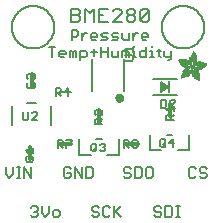
<source format=gbr>
G04 EAGLE Gerber RS-274X export*
G75*
%MOMM*%
%FSLAX34Y34*%
%LPD*%
%INSilkscreen Top*%
%IPPOS*%
%AMOC8*
5,1,8,0,0,1.08239X$1,22.5*%
G01*
%ADD10C,0.152400*%
%ADD11C,0.127000*%
%ADD12C,0.203200*%
%ADD13R,0.034300X0.003800*%
%ADD14R,0.057200X0.003800*%
%ADD15R,0.076200X0.003800*%
%ADD16R,0.091400X0.003800*%
%ADD17R,0.102900X0.003800*%
%ADD18R,0.114300X0.003900*%
%ADD19R,0.129500X0.003800*%
%ADD20R,0.137200X0.003800*%
%ADD21R,0.144800X0.003800*%
%ADD22R,0.152400X0.003800*%
%ADD23R,0.160000X0.003800*%
%ADD24R,0.171500X0.003800*%
%ADD25R,0.175300X0.003800*%
%ADD26R,0.182900X0.003800*%
%ADD27R,0.190500X0.003800*%
%ADD28R,0.194300X0.003900*%
%ADD29R,0.201900X0.003800*%
%ADD30R,0.209500X0.003800*%
%ADD31R,0.213400X0.003800*%
%ADD32R,0.221000X0.003800*%
%ADD33R,0.224800X0.003800*%
%ADD34R,0.232400X0.003800*%
%ADD35R,0.240000X0.003800*%
%ADD36R,0.243800X0.003800*%
%ADD37R,0.247600X0.003800*%
%ADD38R,0.255300X0.003900*%
%ADD39R,0.259100X0.003800*%
%ADD40R,0.262900X0.003800*%
%ADD41R,0.270500X0.003800*%
%ADD42R,0.274300X0.003800*%
%ADD43R,0.281900X0.003800*%
%ADD44R,0.285700X0.003800*%
%ADD45R,0.289500X0.003800*%
%ADD46R,0.297200X0.003800*%
%ADD47R,0.301000X0.003800*%
%ADD48R,0.304800X0.003900*%
%ADD49R,0.312400X0.003800*%
%ADD50R,0.316200X0.003800*%
%ADD51R,0.320000X0.003800*%
%ADD52R,0.327600X0.003800*%
%ADD53R,0.331500X0.003800*%
%ADD54R,0.339100X0.003800*%
%ADD55R,0.342900X0.003800*%
%ADD56R,0.346700X0.003800*%
%ADD57R,0.354300X0.003800*%
%ADD58R,0.358100X0.003900*%
%ADD59R,0.361900X0.003800*%
%ADD60R,0.369600X0.003800*%
%ADD61R,0.373400X0.003800*%
%ADD62R,0.377200X0.003800*%
%ADD63R,0.384800X0.003800*%
%ADD64R,0.388600X0.003800*%
%ADD65R,0.396200X0.003800*%
%ADD66R,0.400000X0.003800*%
%ADD67R,0.403800X0.003800*%
%ADD68R,0.411500X0.003900*%
%ADD69R,0.415300X0.003800*%
%ADD70R,0.419100X0.003800*%
%ADD71R,0.045700X0.003800*%
%ADD72R,0.426700X0.003800*%
%ADD73R,0.072400X0.003800*%
%ADD74R,0.430500X0.003800*%
%ADD75R,0.095300X0.003800*%
%ADD76R,0.438100X0.003800*%
%ADD77R,0.110500X0.003800*%
%ADD78R,0.441900X0.003800*%
%ADD79R,0.445800X0.003800*%
%ADD80R,0.144700X0.003800*%
%ADD81R,0.453400X0.003800*%
%ADD82R,0.457200X0.003800*%
%ADD83R,0.175300X0.003900*%
%ADD84R,0.461000X0.003900*%
%ADD85R,0.468600X0.003800*%
%ADD86R,0.205800X0.003800*%
%ADD87R,0.472400X0.003800*%
%ADD88R,0.217200X0.003800*%
%ADD89R,0.476200X0.003800*%
%ADD90R,0.483900X0.003800*%
%ADD91R,0.247700X0.003800*%
%ADD92R,0.487700X0.003800*%
%ADD93R,0.495300X0.003800*%
%ADD94R,0.499100X0.003800*%
%ADD95R,0.502900X0.003800*%
%ADD96R,0.510500X0.003800*%
%ADD97R,0.308600X0.003900*%
%ADD98R,0.514300X0.003900*%
%ADD99R,0.323800X0.003800*%
%ADD100R,0.518100X0.003800*%
%ADD101R,0.335300X0.003800*%
%ADD102R,0.525800X0.003800*%
%ADD103R,0.529600X0.003800*%
%ADD104R,0.358100X0.003800*%
%ADD105R,0.533400X0.003800*%
%ADD106R,0.537200X0.003800*%
%ADD107R,0.381000X0.003800*%
%ADD108R,0.544800X0.003800*%
%ADD109R,0.392400X0.003800*%
%ADD110R,0.548600X0.003800*%
%ADD111R,0.552400X0.003800*%
%ADD112R,0.556200X0.003800*%
%ADD113R,0.422900X0.003900*%
%ADD114R,0.560100X0.003900*%
%ADD115R,0.434300X0.003800*%
%ADD116R,0.563900X0.003800*%
%ADD117R,0.567700X0.003800*%
%ADD118R,0.461000X0.003800*%
%ADD119R,0.571500X0.003800*%
%ADD120R,0.575300X0.003800*%
%ADD121R,0.480100X0.003800*%
%ADD122R,0.579100X0.003800*%
%ADD123R,0.491500X0.003800*%
%ADD124R,0.582900X0.003800*%
%ADD125R,0.586700X0.003800*%
%ADD126R,0.510600X0.003800*%
%ADD127R,0.590500X0.003800*%
%ADD128R,0.522000X0.003800*%
%ADD129R,0.594300X0.003800*%
%ADD130R,0.533400X0.003900*%
%ADD131R,0.598200X0.003900*%
%ADD132R,0.541000X0.003800*%
%ADD133R,0.602000X0.003800*%
%ADD134R,0.552500X0.003800*%
%ADD135R,0.605800X0.003800*%
%ADD136R,0.560100X0.003800*%
%ADD137R,0.609600X0.003800*%
%ADD138R,0.613400X0.003800*%
%ADD139R,0.583000X0.003800*%
%ADD140R,0.617200X0.003800*%
%ADD141R,0.594400X0.003800*%
%ADD142R,0.621000X0.003800*%
%ADD143R,0.598200X0.003800*%
%ADD144R,0.624800X0.003800*%
%ADD145R,0.613500X0.003900*%
%ADD146R,0.628600X0.003900*%
%ADD147R,0.632400X0.003800*%
%ADD148R,0.628600X0.003800*%
%ADD149R,0.636300X0.003800*%
%ADD150R,0.640100X0.003800*%
%ADD151R,0.636200X0.003800*%
%ADD152R,0.643900X0.003800*%
%ADD153R,0.647700X0.003800*%
%ADD154R,0.651500X0.003800*%
%ADD155R,0.659100X0.003800*%
%ADD156R,0.659100X0.003900*%
%ADD157R,0.655300X0.003900*%
%ADD158R,0.662900X0.003800*%
%ADD159R,0.655300X0.003800*%
%ADD160R,0.670500X0.003800*%
%ADD161R,0.670600X0.003800*%
%ADD162R,0.674400X0.003800*%
%ADD163R,0.682000X0.003800*%
%ADD164R,0.666700X0.003800*%
%ADD165R,0.685800X0.003800*%
%ADD166R,0.689600X0.003800*%
%ADD167R,0.693400X0.003900*%
%ADD168R,0.674400X0.003900*%
%ADD169R,0.697200X0.003800*%
%ADD170R,0.678200X0.003800*%
%ADD171R,0.697300X0.003800*%
%ADD172R,0.701100X0.003800*%
%ADD173R,0.704900X0.003800*%
%ADD174R,0.708700X0.003800*%
%ADD175R,0.712500X0.003800*%
%ADD176R,0.716300X0.003800*%
%ADD177R,0.720100X0.003900*%
%ADD178R,0.689600X0.003900*%
%ADD179R,0.720000X0.003800*%
%ADD180R,0.693400X0.003800*%
%ADD181R,0.723900X0.003800*%
%ADD182R,0.727700X0.003800*%
%ADD183R,0.731500X0.003800*%
%ADD184R,0.701000X0.003800*%
%ADD185R,0.735300X0.003800*%
%ADD186R,0.731500X0.003900*%
%ADD187R,0.701000X0.003900*%
%ADD188R,0.704800X0.003800*%
%ADD189R,0.739100X0.003800*%
%ADD190R,0.743000X0.003800*%
%ADD191R,0.739200X0.003800*%
%ADD192R,0.743000X0.003900*%
%ADD193R,0.704800X0.003900*%
%ADD194R,0.746800X0.003800*%
%ADD195R,0.746800X0.003900*%
%ADD196R,0.742900X0.003800*%
%ADD197R,0.746700X0.003800*%
%ADD198R,0.746700X0.003900*%
%ADD199R,1.428800X0.003800*%
%ADD200R,1.424900X0.003800*%
%ADD201R,1.421100X0.003900*%
%ADD202R,1.421100X0.003800*%
%ADD203R,1.417300X0.003800*%
%ADD204R,1.413500X0.003800*%
%ADD205R,1.409700X0.003800*%
%ADD206R,1.405900X0.003800*%
%ADD207R,1.402100X0.003800*%
%ADD208R,1.398300X0.003800*%
%ADD209R,0.983000X0.003900*%
%ADD210R,0.384800X0.003900*%
%ADD211R,0.971600X0.003800*%
%ADD212R,0.963900X0.003800*%
%ADD213R,0.956300X0.003800*%
%ADD214R,0.365800X0.003800*%
%ADD215R,0.952500X0.003800*%
%ADD216R,0.941000X0.003800*%
%ADD217R,0.358200X0.003800*%
%ADD218R,0.937200X0.003800*%
%ADD219R,0.933400X0.003800*%
%ADD220R,0.354400X0.003800*%
%ADD221R,0.925800X0.003800*%
%ADD222R,0.350500X0.003800*%
%ADD223R,0.922000X0.003800*%
%ADD224R,0.918200X0.003900*%
%ADD225R,0.346700X0.003900*%
%ADD226R,0.910600X0.003800*%
%ADD227R,0.906800X0.003800*%
%ADD228R,0.903000X0.003800*%
%ADD229R,0.339000X0.003800*%
%ADD230R,0.895300X0.003800*%
%ADD231R,0.335200X0.003800*%
%ADD232R,0.887700X0.003800*%
%ADD233R,0.883900X0.003800*%
%ADD234R,0.331400X0.003800*%
%ADD235R,0.880100X0.003800*%
%ADD236R,0.876300X0.003800*%
%ADD237R,0.468600X0.003900*%
%ADD238R,0.396200X0.003900*%
%ADD239R,0.323800X0.003900*%
%ADD240R,0.449600X0.003800*%
%ADD241R,0.323900X0.003800*%
%ADD242R,0.442000X0.003800*%
%ADD243R,0.434400X0.003800*%
%ADD244R,0.320100X0.003800*%
%ADD245R,0.316300X0.003800*%
%ADD246R,0.426800X0.003800*%
%ADD247R,0.327700X0.003800*%
%ADD248R,0.312500X0.003800*%
%ADD249R,0.422900X0.003800*%
%ADD250R,0.308600X0.003800*%
%ADD251R,0.293400X0.003800*%
%ADD252R,0.304800X0.003800*%
%ADD253R,0.419100X0.003900*%
%ADD254R,0.285700X0.003900*%
%ADD255R,0.301000X0.003900*%
%ADD256R,0.411500X0.003800*%
%ADD257R,0.407700X0.003800*%
%ADD258R,0.289600X0.003800*%
%ADD259R,0.285800X0.003800*%
%ADD260R,0.403900X0.003800*%
%ADD261R,0.228600X0.003800*%
%ADD262R,0.403900X0.003900*%
%ADD263R,0.221000X0.003900*%
%ADD264R,0.278100X0.003900*%
%ADD265R,0.400100X0.003800*%
%ADD266R,0.209600X0.003800*%
%ADD267R,0.266700X0.003800*%
%ADD268R,0.038100X0.003800*%
%ADD269R,0.194300X0.003800*%
%ADD270R,0.148600X0.003800*%
%ADD271R,0.259000X0.003800*%
%ADD272R,0.182800X0.003800*%
%ADD273R,0.186700X0.003800*%
%ADD274R,0.251400X0.003800*%
%ADD275R,0.179100X0.003800*%
%ADD276R,0.236200X0.003800*%
%ADD277R,0.243900X0.003900*%
%ADD278R,0.282000X0.003900*%
%ADD279R,0.167700X0.003800*%
%ADD280R,0.236300X0.003800*%
%ADD281R,0.396300X0.003800*%
%ADD282R,0.163900X0.003800*%
%ADD283R,0.392500X0.003800*%
%ADD284R,0.160100X0.003800*%
%ADD285R,0.586800X0.003800*%
%ADD286R,0.148500X0.003800*%
%ADD287R,0.140900X0.003800*%
%ADD288R,0.392400X0.003900*%
%ADD289R,0.140900X0.003900*%
%ADD290R,0.647700X0.003900*%
%ADD291R,0.133300X0.003800*%
%ADD292R,0.674300X0.003800*%
%ADD293R,0.388700X0.003800*%
%ADD294R,0.125700X0.003800*%
%ADD295R,0.121900X0.003800*%
%ADD296R,0.720100X0.003800*%
%ADD297R,0.118100X0.003800*%
%ADD298R,0.118100X0.003900*%
%ADD299R,0.739100X0.003900*%
%ADD300R,0.114300X0.003800*%
%ADD301R,0.754400X0.003800*%
%ADD302R,0.765800X0.003800*%
%ADD303R,0.773400X0.003800*%
%ADD304R,0.784800X0.003800*%
%ADD305R,0.118200X0.003800*%
%ADD306R,0.792500X0.003800*%
%ADD307R,0.803900X0.003800*%
%ADD308R,0.122000X0.003800*%
%ADD309R,0.815400X0.003800*%
%ADD310R,0.125800X0.003800*%
%ADD311R,0.826800X0.003800*%
%ADD312R,0.369500X0.003900*%
%ADD313R,0.133400X0.003900*%
%ADD314R,0.842000X0.003900*%
%ADD315R,0.365700X0.003800*%
%ADD316R,1.009700X0.003800*%
%ADD317R,1.013500X0.003800*%
%ADD318R,0.362000X0.003800*%
%ADD319R,1.024900X0.003800*%
%ADD320R,1.028700X0.003800*%
%ADD321R,1.036300X0.003800*%
%ADD322R,1.047800X0.003800*%
%ADD323R,1.055400X0.003800*%
%ADD324R,1.070600X0.003800*%
%ADD325R,0.030500X0.003800*%
%ADD326R,1.436400X0.003800*%
%ADD327R,1.562100X0.003900*%
%ADD328R,1.588700X0.003800*%
%ADD329R,1.607800X0.003800*%
%ADD330R,1.626900X0.003800*%
%ADD331R,1.642100X0.003800*%
%ADD332R,1.657400X0.003800*%
%ADD333R,1.676400X0.003800*%
%ADD334R,1.687800X0.003800*%
%ADD335R,1.703000X0.003800*%
%ADD336R,1.714500X0.003800*%
%ADD337R,1.726000X0.003900*%
%ADD338R,1.741200X0.003800*%
%ADD339R,0.914400X0.003800*%
%ADD340R,0.769600X0.003800*%
%ADD341R,0.884000X0.003800*%
%ADD342R,0.712400X0.003800*%
%ADD343R,0.880100X0.003900*%
%ADD344R,0.887800X0.003800*%
%ADD345R,0.891600X0.003800*%
%ADD346R,0.895400X0.003800*%
%ADD347R,0.251500X0.003800*%
%ADD348R,0.579200X0.003900*%
%ADD349R,0.243900X0.003800*%
%ADD350R,0.556300X0.003800*%
%ADD351R,0.255200X0.003800*%
%ADD352R,0.529500X0.003800*%
%ADD353R,0.731600X0.003800*%
%ADD354R,0.525800X0.003900*%
%ADD355R,0.281900X0.003900*%
%ADD356R,0.735400X0.003900*%
%ADD357R,0.300900X0.003800*%
%ADD358R,0.762000X0.003800*%
%ADD359R,0.518200X0.003800*%
%ADD360R,0.350600X0.003800*%
%ADD361R,0.796300X0.003800*%
%ADD362R,0.807800X0.003800*%
%ADD363R,0.506700X0.003800*%
%ADD364R,0.849600X0.003800*%
%ADD365R,0.506700X0.003900*%
%ADD366R,1.371600X0.003900*%
%ADD367R,1.207800X0.003800*%
%ADD368R,0.503000X0.003800*%
%ADD369R,0.141000X0.003800*%
%ADD370R,1.203900X0.003800*%
%ADD371R,1.204000X0.003800*%
%ADD372R,1.200200X0.003800*%
%ADD373R,0.499100X0.003900*%
%ADD374R,0.156200X0.003900*%
%ADD375R,1.196400X0.003900*%
%ADD376R,1.196400X0.003800*%
%ADD377R,0.163800X0.003800*%
%ADD378R,0.167600X0.003800*%
%ADD379R,1.192500X0.003800*%
%ADD380R,0.499200X0.003800*%
%ADD381R,1.188700X0.003800*%
%ADD382R,0.506800X0.003800*%
%ADD383R,1.184900X0.003800*%
%ADD384R,0.510600X0.003900*%
%ADD385R,0.209600X0.003900*%
%ADD386R,1.181100X0.003900*%
%ADD387R,0.514400X0.003800*%
%ADD388R,1.181100X0.003800*%
%ADD389R,1.177300X0.003800*%
%ADD390R,0.240100X0.003800*%
%ADD391R,1.173500X0.003800*%
%ADD392R,1.169700X0.003800*%
%ADD393R,1.165900X0.003800*%
%ADD394R,1.162100X0.003800*%
%ADD395R,0.929700X0.003900*%
%ADD396R,1.162100X0.003900*%
%ADD397R,0.929700X0.003800*%
%ADD398R,1.154500X0.003800*%
%ADD399R,0.933500X0.003800*%
%ADD400R,1.150600X0.003800*%
%ADD401R,0.937300X0.003800*%
%ADD402R,1.146800X0.003800*%
%ADD403R,0.941100X0.003800*%
%ADD404R,1.139200X0.003800*%
%ADD405R,0.944900X0.003800*%
%ADD406R,1.135400X0.003800*%
%ADD407R,0.948700X0.003800*%
%ADD408R,1.127800X0.003800*%
%ADD409R,1.124000X0.003800*%
%ADD410R,1.116400X0.003800*%
%ADD411R,0.956300X0.003900*%
%ADD412R,1.104900X0.003900*%
%ADD413R,0.960100X0.003800*%
%ADD414R,1.093500X0.003800*%
%ADD415R,1.085900X0.003800*%
%ADD416R,0.967800X0.003800*%
%ADD417R,1.074500X0.003800*%
%ADD418R,1.063000X0.003800*%
%ADD419R,0.975400X0.003800*%
%ADD420R,1.036400X0.003800*%
%ADD421R,0.979200X0.003800*%
%ADD422R,1.021000X0.003800*%
%ADD423R,0.983000X0.003800*%
%ADD424R,1.009600X0.003800*%
%ADD425R,0.986800X0.003800*%
%ADD426R,0.998200X0.003800*%
%ADD427R,0.990600X0.003900*%
%ADD428R,0.986700X0.003900*%
%ADD429R,0.994400X0.003800*%
%ADD430R,0.975300X0.003800*%
%ADD431R,0.948600X0.003800*%
%ADD432R,1.002000X0.003800*%
%ADD433R,0.213300X0.003800*%
%ADD434R,0.217100X0.003800*%
%ADD435R,1.017300X0.003800*%
%ADD436R,0.666800X0.003800*%
%ADD437R,0.220900X0.003800*%
%ADD438R,1.028700X0.003900*%
%ADD439R,0.224700X0.003900*%
%ADD440R,1.032500X0.003800*%
%ADD441R,1.040100X0.003800*%
%ADD442R,1.043900X0.003800*%
%ADD443R,0.548700X0.003800*%
%ADD444R,1.051500X0.003800*%
%ADD445R,1.055300X0.003800*%
%ADD446R,1.059100X0.003800*%
%ADD447R,1.062900X0.003800*%
%ADD448R,0.255300X0.003800*%
%ADD449R,1.066800X0.003900*%
%ADD450R,0.259100X0.003900*%
%ADD451R,0.457200X0.003900*%
%ADD452R,0.423000X0.003800*%
%ADD453R,1.082100X0.003800*%
%ADD454R,0.274400X0.003800*%
%ADD455R,0.278200X0.003800*%
%ADD456R,1.101100X0.003800*%
%ADD457R,0.278100X0.003800*%
%ADD458R,0.876300X0.003900*%
%ADD459R,0.236200X0.003900*%
%ADD460R,0.289600X0.003900*%
%ADD461R,0.247700X0.003900*%
%ADD462R,0.049500X0.003800*%
%ADD463R,0.640100X0.003900*%
%ADD464R,0.659200X0.003800*%
%ADD465R,0.663000X0.003800*%
%ADD466R,0.872500X0.003900*%
%ADD467R,0.666800X0.003900*%
%ADD468R,0.872500X0.003800*%
%ADD469R,0.868700X0.003800*%
%ADD470R,0.864900X0.003800*%
%ADD471R,0.861100X0.003800*%
%ADD472R,0.857300X0.003800*%
%ADD473R,0.853400X0.003800*%
%ADD474R,0.845800X0.003800*%
%ADD475R,0.682000X0.003900*%
%ADD476R,0.842000X0.003800*%
%ADD477R,0.834400X0.003800*%
%ADD478R,0.823000X0.003800*%
%ADD479R,0.815300X0.003800*%
%ADD480R,0.811500X0.003800*%
%ADD481R,0.788700X0.003800*%
%ADD482R,0.777300X0.003900*%
%ADD483R,0.750600X0.003800*%
%ADD484R,0.735400X0.003800*%
%ADD485R,0.727800X0.003800*%
%ADD486R,0.628700X0.003800*%
%ADD487R,0.575400X0.003800*%
%ADD488R,0.670600X0.003900*%
%ADD489R,0.655400X0.003800*%
%ADD490R,0.651500X0.003900*%
%ADD491R,0.624800X0.003900*%
%ADD492R,0.594400X0.003900*%
%ADD493R,0.563900X0.003900*%
%ADD494R,0.541100X0.003800*%
%ADD495R,0.537300X0.003800*%
%ADD496R,0.525700X0.003800*%
%ADD497R,0.525700X0.003900*%
%ADD498R,0.514300X0.003800*%
%ADD499R,0.480100X0.003900*%
%ADD500R,0.464800X0.003800*%
%ADD501R,0.442000X0.003900*%
%ADD502R,0.438200X0.003800*%
%ADD503R,0.430600X0.003800*%
%ADD504R,0.407600X0.003800*%
%ADD505R,0.403800X0.003900*%
%ADD506R,0.365700X0.003900*%
%ADD507R,0.327700X0.003900*%
%ADD508R,0.243800X0.003900*%
%ADD509R,0.205800X0.003900*%
%ADD510R,0.198100X0.003800*%
%ADD511R,0.163800X0.003900*%
%ADD512R,0.137100X0.003800*%
%ADD513R,0.091500X0.003900*%
%ADD514R,0.060900X0.003800*%
%ADD515C,0.350000*%
%ADD516C,0.304800*%
%ADD517R,0.200000X1.000000*%

G36*
X135205Y111293D02*
X135205Y111293D01*
X135276Y111291D01*
X135346Y111310D01*
X135417Y111318D01*
X135472Y111343D01*
X135551Y111363D01*
X135654Y111424D01*
X135723Y111455D01*
X138723Y113455D01*
X138810Y113532D01*
X138900Y113605D01*
X138915Y113627D01*
X138935Y113645D01*
X138997Y113742D01*
X139064Y113837D01*
X139072Y113863D01*
X139087Y113885D01*
X139119Y113996D01*
X139157Y114106D01*
X139158Y114133D01*
X139165Y114158D01*
X139165Y114274D01*
X139171Y114390D01*
X139165Y114416D01*
X139165Y114443D01*
X139133Y114554D01*
X139107Y114667D01*
X139094Y114690D01*
X139086Y114716D01*
X139024Y114814D01*
X138968Y114915D01*
X138950Y114931D01*
X138935Y114956D01*
X138727Y115141D01*
X138723Y115145D01*
X135723Y117145D01*
X135659Y117176D01*
X135599Y117216D01*
X135531Y117237D01*
X135467Y117268D01*
X135396Y117280D01*
X135328Y117301D01*
X135257Y117303D01*
X135187Y117315D01*
X135115Y117307D01*
X135044Y117309D01*
X134975Y117291D01*
X134904Y117282D01*
X134838Y117255D01*
X134769Y117237D01*
X134708Y117200D01*
X134642Y117173D01*
X134586Y117128D01*
X134524Y117092D01*
X134475Y117040D01*
X134420Y116995D01*
X134379Y116937D01*
X134330Y116884D01*
X134297Y116821D01*
X134256Y116763D01*
X134233Y116695D01*
X134200Y116631D01*
X134190Y116572D01*
X134163Y116494D01*
X134157Y116375D01*
X134145Y116300D01*
X134145Y112300D01*
X134155Y112229D01*
X134155Y112157D01*
X134175Y112089D01*
X134185Y112019D01*
X134214Y111953D01*
X134234Y111884D01*
X134272Y111824D01*
X134301Y111759D01*
X134347Y111704D01*
X134385Y111644D01*
X134439Y111596D01*
X134485Y111542D01*
X134544Y111502D01*
X134598Y111455D01*
X134662Y111424D01*
X134721Y111385D01*
X134790Y111363D01*
X134854Y111332D01*
X134924Y111320D01*
X134992Y111299D01*
X135064Y111297D01*
X135135Y111285D01*
X135205Y111293D01*
G37*
D10*
X57912Y169672D02*
X57912Y180858D01*
X63505Y180858D01*
X65369Y178993D01*
X65369Y177129D01*
X63505Y175265D01*
X65369Y173401D01*
X65369Y171536D01*
X63505Y169672D01*
X57912Y169672D01*
X57912Y175265D02*
X63505Y175265D01*
X69606Y169672D02*
X69606Y180858D01*
X73334Y177129D01*
X77063Y180858D01*
X77063Y169672D01*
X81300Y180858D02*
X88757Y180858D01*
X81300Y180858D02*
X81300Y169672D01*
X88757Y169672D01*
X85028Y175265D02*
X81300Y175265D01*
X92994Y169672D02*
X100451Y169672D01*
X92994Y169672D02*
X100451Y177129D01*
X100451Y178993D01*
X98587Y180858D01*
X94858Y180858D01*
X92994Y178993D01*
X104688Y178993D02*
X106552Y180858D01*
X110281Y180858D01*
X112145Y178993D01*
X112145Y177129D01*
X110281Y175265D01*
X112145Y173401D01*
X112145Y171536D01*
X110281Y169672D01*
X106552Y169672D01*
X104688Y171536D01*
X104688Y173401D01*
X106552Y175265D01*
X104688Y177129D01*
X104688Y178993D01*
X106552Y175265D02*
X110281Y175265D01*
X116382Y178993D02*
X116382Y171536D01*
X116382Y178993D02*
X118246Y180858D01*
X121975Y180858D01*
X123839Y178993D01*
X123839Y171536D01*
X121975Y169672D01*
X118246Y169672D01*
X116382Y171536D01*
X123839Y178993D01*
D11*
X2358Y46363D02*
X2358Y40431D01*
X5324Y37465D01*
X8290Y40431D01*
X8290Y46363D01*
X11713Y37465D02*
X14679Y37465D01*
X13196Y37465D02*
X13196Y46363D01*
X11713Y46363D02*
X14679Y46363D01*
X17950Y46363D02*
X17950Y37465D01*
X23882Y37465D02*
X17950Y46363D01*
X23882Y46363D02*
X23882Y37465D01*
X24852Y13343D02*
X23369Y11860D01*
X24852Y13343D02*
X27818Y13343D01*
X29301Y11860D01*
X29301Y10377D01*
X27818Y8894D01*
X26335Y8894D01*
X27818Y8894D02*
X29301Y7411D01*
X29301Y5928D01*
X27818Y4445D01*
X24852Y4445D01*
X23369Y5928D01*
X32725Y7411D02*
X32725Y13343D01*
X32725Y7411D02*
X35690Y4445D01*
X38656Y7411D01*
X38656Y13343D01*
X43563Y4445D02*
X46529Y4445D01*
X48012Y5928D01*
X48012Y8894D01*
X46529Y10377D01*
X43563Y10377D01*
X42080Y8894D01*
X42080Y5928D01*
X43563Y4445D01*
X57241Y44880D02*
X55758Y46363D01*
X52792Y46363D01*
X51309Y44880D01*
X51309Y38948D01*
X52792Y37465D01*
X55758Y37465D01*
X57241Y38948D01*
X57241Y41914D01*
X54275Y41914D01*
X60665Y37465D02*
X60665Y46363D01*
X66596Y37465D01*
X66596Y46363D01*
X70020Y46363D02*
X70020Y37465D01*
X74469Y37465D01*
X75952Y38948D01*
X75952Y44880D01*
X74469Y46363D01*
X70020Y46363D01*
X79888Y13343D02*
X81371Y11860D01*
X79888Y13343D02*
X76922Y13343D01*
X75439Y11860D01*
X75439Y10377D01*
X76922Y8894D01*
X79888Y8894D01*
X81371Y7411D01*
X81371Y5928D01*
X79888Y4445D01*
X76922Y4445D01*
X75439Y5928D01*
X89243Y13343D02*
X90726Y11860D01*
X89243Y13343D02*
X86278Y13343D01*
X84795Y11860D01*
X84795Y5928D01*
X86278Y4445D01*
X89243Y4445D01*
X90726Y5928D01*
X94150Y4445D02*
X94150Y13343D01*
X94150Y7411D02*
X100082Y13343D01*
X95633Y8894D02*
X100082Y4445D01*
X108041Y44880D02*
X106558Y46363D01*
X103592Y46363D01*
X102109Y44880D01*
X102109Y43397D01*
X103592Y41914D01*
X106558Y41914D01*
X108041Y40431D01*
X108041Y38948D01*
X106558Y37465D01*
X103592Y37465D01*
X102109Y38948D01*
X111465Y37465D02*
X111465Y46363D01*
X111465Y37465D02*
X115913Y37465D01*
X117396Y38948D01*
X117396Y44880D01*
X115913Y46363D01*
X111465Y46363D01*
X122303Y46363D02*
X125269Y46363D01*
X122303Y46363D02*
X120820Y44880D01*
X120820Y38948D01*
X122303Y37465D01*
X125269Y37465D01*
X126752Y38948D01*
X126752Y44880D01*
X125269Y46363D01*
X132537Y13343D02*
X134020Y11860D01*
X132537Y13343D02*
X129571Y13343D01*
X128088Y11860D01*
X128088Y10377D01*
X129571Y8894D01*
X132537Y8894D01*
X134020Y7411D01*
X134020Y5928D01*
X132537Y4445D01*
X129571Y4445D01*
X128088Y5928D01*
X137443Y4445D02*
X137443Y13343D01*
X137443Y4445D02*
X141892Y4445D01*
X143375Y5928D01*
X143375Y11860D01*
X141892Y13343D01*
X137443Y13343D01*
X146798Y4445D02*
X149764Y4445D01*
X148281Y4445D02*
X148281Y13343D01*
X146798Y13343D02*
X149764Y13343D01*
X163116Y44880D02*
X161633Y46363D01*
X158668Y46363D01*
X157185Y44880D01*
X157185Y38948D01*
X158668Y37465D01*
X161633Y37465D01*
X163116Y38948D01*
X170989Y46363D02*
X172472Y44880D01*
X170989Y46363D02*
X168023Y46363D01*
X166540Y44880D01*
X166540Y43397D01*
X168023Y41914D01*
X170989Y41914D01*
X172472Y40431D01*
X172472Y38948D01*
X170989Y37465D01*
X168023Y37465D01*
X166540Y38948D01*
X58007Y154178D02*
X58007Y162567D01*
X62201Y162567D01*
X63599Y161169D01*
X63599Y158373D01*
X62201Y156974D01*
X58007Y156974D01*
X66894Y154178D02*
X66894Y159771D01*
X69690Y159771D02*
X66894Y156974D01*
X69690Y159771D02*
X71088Y159771D01*
X75698Y154178D02*
X78495Y154178D01*
X75698Y154178D02*
X74300Y155576D01*
X74300Y158373D01*
X75698Y159771D01*
X78495Y159771D01*
X79893Y158373D01*
X79893Y156974D01*
X74300Y156974D01*
X83188Y154178D02*
X87382Y154178D01*
X88780Y155576D01*
X87382Y156974D01*
X84586Y156974D01*
X83188Y158373D01*
X84586Y159771D01*
X88780Y159771D01*
X92075Y154178D02*
X96269Y154178D01*
X97668Y155576D01*
X96269Y156974D01*
X93473Y156974D01*
X92075Y158373D01*
X93473Y159771D01*
X97668Y159771D01*
X100962Y159771D02*
X100962Y155576D01*
X102361Y154178D01*
X106555Y154178D01*
X106555Y159771D01*
X109850Y159771D02*
X109850Y154178D01*
X109850Y156974D02*
X112646Y159771D01*
X114044Y159771D01*
X118654Y154178D02*
X121450Y154178D01*
X118654Y154178D02*
X117256Y155576D01*
X117256Y158373D01*
X118654Y159771D01*
X121450Y159771D01*
X122849Y158373D01*
X122849Y156974D01*
X117256Y156974D01*
X41547Y148089D02*
X41547Y139700D01*
X38750Y148089D02*
X44343Y148089D01*
X49036Y139700D02*
X51832Y139700D01*
X49036Y139700D02*
X47638Y141098D01*
X47638Y143895D01*
X49036Y145293D01*
X51832Y145293D01*
X53231Y143895D01*
X53231Y142496D01*
X47638Y142496D01*
X56525Y139700D02*
X56525Y145293D01*
X57923Y145293D01*
X59322Y143895D01*
X59322Y139700D01*
X59322Y143895D02*
X60720Y145293D01*
X62118Y143895D01*
X62118Y139700D01*
X65413Y136904D02*
X65413Y145293D01*
X69607Y145293D01*
X71005Y143895D01*
X71005Y141098D01*
X69607Y139700D01*
X65413Y139700D01*
X74300Y143895D02*
X79893Y143895D01*
X77096Y146691D02*
X77096Y141098D01*
X83187Y139700D02*
X83187Y148089D01*
X83187Y143895D02*
X88780Y143895D01*
X88780Y148089D02*
X88780Y139700D01*
X92075Y141098D02*
X92075Y145293D01*
X92075Y141098D02*
X93473Y139700D01*
X97668Y139700D01*
X97668Y145293D01*
X100962Y145293D02*
X100962Y139700D01*
X100962Y145293D02*
X102360Y145293D01*
X103759Y143895D01*
X103759Y139700D01*
X103759Y143895D02*
X105157Y145293D01*
X106555Y143895D01*
X106555Y139700D01*
X109850Y145293D02*
X111248Y145293D01*
X111248Y139700D01*
X109850Y139700D02*
X112646Y139700D01*
X111248Y148089D02*
X111248Y149487D01*
X121367Y148089D02*
X121367Y139700D01*
X117173Y139700D01*
X115775Y141098D01*
X115775Y143895D01*
X117173Y145293D01*
X121367Y145293D01*
X124662Y145293D02*
X126060Y145293D01*
X126060Y139700D01*
X124662Y139700D02*
X127458Y139700D01*
X126060Y148089D02*
X126060Y149487D01*
X131985Y146691D02*
X131985Y141098D01*
X133383Y139700D01*
X133383Y145293D02*
X130587Y145293D01*
X136512Y145293D02*
X136512Y141098D01*
X137910Y139700D01*
X142105Y139700D01*
X142105Y138302D02*
X142105Y145293D01*
X142105Y138302D02*
X140706Y136904D01*
X139308Y136904D01*
D12*
X7400Y165100D02*
X7405Y165542D01*
X7422Y165983D01*
X7449Y166424D01*
X7487Y166864D01*
X7535Y167303D01*
X7595Y167741D01*
X7665Y168177D01*
X7746Y168612D01*
X7837Y169044D01*
X7939Y169474D01*
X8052Y169901D01*
X8175Y170325D01*
X8308Y170746D01*
X8452Y171164D01*
X8606Y171578D01*
X8770Y171988D01*
X8944Y172394D01*
X9128Y172796D01*
X9322Y173193D01*
X9525Y173585D01*
X9738Y173972D01*
X9961Y174354D01*
X10193Y174730D01*
X10434Y175100D01*
X10683Y175465D01*
X10942Y175823D01*
X11210Y176174D01*
X11486Y176519D01*
X11770Y176857D01*
X12063Y177188D01*
X12364Y177512D01*
X12672Y177828D01*
X12988Y178136D01*
X13312Y178437D01*
X13643Y178730D01*
X13981Y179014D01*
X14326Y179290D01*
X14677Y179558D01*
X15035Y179817D01*
X15400Y180066D01*
X15770Y180307D01*
X16146Y180539D01*
X16528Y180762D01*
X16915Y180975D01*
X17307Y181178D01*
X17704Y181372D01*
X18106Y181556D01*
X18512Y181730D01*
X18922Y181894D01*
X19336Y182048D01*
X19754Y182192D01*
X20175Y182325D01*
X20599Y182448D01*
X21026Y182561D01*
X21456Y182663D01*
X21888Y182754D01*
X22323Y182835D01*
X22759Y182905D01*
X23197Y182965D01*
X23636Y183013D01*
X24076Y183051D01*
X24517Y183078D01*
X24958Y183095D01*
X25400Y183100D01*
X25842Y183095D01*
X26283Y183078D01*
X26724Y183051D01*
X27164Y183013D01*
X27603Y182965D01*
X28041Y182905D01*
X28477Y182835D01*
X28912Y182754D01*
X29344Y182663D01*
X29774Y182561D01*
X30201Y182448D01*
X30625Y182325D01*
X31046Y182192D01*
X31464Y182048D01*
X31878Y181894D01*
X32288Y181730D01*
X32694Y181556D01*
X33096Y181372D01*
X33493Y181178D01*
X33885Y180975D01*
X34272Y180762D01*
X34654Y180539D01*
X35030Y180307D01*
X35400Y180066D01*
X35765Y179817D01*
X36123Y179558D01*
X36474Y179290D01*
X36819Y179014D01*
X37157Y178730D01*
X37488Y178437D01*
X37812Y178136D01*
X38128Y177828D01*
X38436Y177512D01*
X38737Y177188D01*
X39030Y176857D01*
X39314Y176519D01*
X39590Y176174D01*
X39858Y175823D01*
X40117Y175465D01*
X40366Y175100D01*
X40607Y174730D01*
X40839Y174354D01*
X41062Y173972D01*
X41275Y173585D01*
X41478Y173193D01*
X41672Y172796D01*
X41856Y172394D01*
X42030Y171988D01*
X42194Y171578D01*
X42348Y171164D01*
X42492Y170746D01*
X42625Y170325D01*
X42748Y169901D01*
X42861Y169474D01*
X42963Y169044D01*
X43054Y168612D01*
X43135Y168177D01*
X43205Y167741D01*
X43265Y167303D01*
X43313Y166864D01*
X43351Y166424D01*
X43378Y165983D01*
X43395Y165542D01*
X43400Y165100D01*
X43395Y164658D01*
X43378Y164217D01*
X43351Y163776D01*
X43313Y163336D01*
X43265Y162897D01*
X43205Y162459D01*
X43135Y162023D01*
X43054Y161588D01*
X42963Y161156D01*
X42861Y160726D01*
X42748Y160299D01*
X42625Y159875D01*
X42492Y159454D01*
X42348Y159036D01*
X42194Y158622D01*
X42030Y158212D01*
X41856Y157806D01*
X41672Y157404D01*
X41478Y157007D01*
X41275Y156615D01*
X41062Y156228D01*
X40839Y155846D01*
X40607Y155470D01*
X40366Y155100D01*
X40117Y154735D01*
X39858Y154377D01*
X39590Y154026D01*
X39314Y153681D01*
X39030Y153343D01*
X38737Y153012D01*
X38436Y152688D01*
X38128Y152372D01*
X37812Y152064D01*
X37488Y151763D01*
X37157Y151470D01*
X36819Y151186D01*
X36474Y150910D01*
X36123Y150642D01*
X35765Y150383D01*
X35400Y150134D01*
X35030Y149893D01*
X34654Y149661D01*
X34272Y149438D01*
X33885Y149225D01*
X33493Y149022D01*
X33096Y148828D01*
X32694Y148644D01*
X32288Y148470D01*
X31878Y148306D01*
X31464Y148152D01*
X31046Y148008D01*
X30625Y147875D01*
X30201Y147752D01*
X29774Y147639D01*
X29344Y147537D01*
X28912Y147446D01*
X28477Y147365D01*
X28041Y147295D01*
X27603Y147235D01*
X27164Y147187D01*
X26724Y147149D01*
X26283Y147122D01*
X25842Y147105D01*
X25400Y147100D01*
X24958Y147105D01*
X24517Y147122D01*
X24076Y147149D01*
X23636Y147187D01*
X23197Y147235D01*
X22759Y147295D01*
X22323Y147365D01*
X21888Y147446D01*
X21456Y147537D01*
X21026Y147639D01*
X20599Y147752D01*
X20175Y147875D01*
X19754Y148008D01*
X19336Y148152D01*
X18922Y148306D01*
X18512Y148470D01*
X18106Y148644D01*
X17704Y148828D01*
X17307Y149022D01*
X16915Y149225D01*
X16528Y149438D01*
X16146Y149661D01*
X15770Y149893D01*
X15400Y150134D01*
X15035Y150383D01*
X14677Y150642D01*
X14326Y150910D01*
X13981Y151186D01*
X13643Y151470D01*
X13312Y151763D01*
X12988Y152064D01*
X12672Y152372D01*
X12364Y152688D01*
X12063Y153012D01*
X11770Y153343D01*
X11486Y153681D01*
X11210Y154026D01*
X10942Y154377D01*
X10683Y154735D01*
X10434Y155100D01*
X10193Y155470D01*
X9961Y155846D01*
X9738Y156228D01*
X9525Y156615D01*
X9322Y157007D01*
X9128Y157404D01*
X8944Y157806D01*
X8770Y158212D01*
X8606Y158622D01*
X8452Y159036D01*
X8308Y159454D01*
X8175Y159875D01*
X8052Y160299D01*
X7939Y160726D01*
X7837Y161156D01*
X7746Y161588D01*
X7665Y162023D01*
X7595Y162459D01*
X7535Y162897D01*
X7487Y163336D01*
X7449Y163776D01*
X7422Y164217D01*
X7405Y164658D01*
X7400Y165100D01*
X134400Y165100D02*
X134405Y165542D01*
X134422Y165983D01*
X134449Y166424D01*
X134487Y166864D01*
X134535Y167303D01*
X134595Y167741D01*
X134665Y168177D01*
X134746Y168612D01*
X134837Y169044D01*
X134939Y169474D01*
X135052Y169901D01*
X135175Y170325D01*
X135308Y170746D01*
X135452Y171164D01*
X135606Y171578D01*
X135770Y171988D01*
X135944Y172394D01*
X136128Y172796D01*
X136322Y173193D01*
X136525Y173585D01*
X136738Y173972D01*
X136961Y174354D01*
X137193Y174730D01*
X137434Y175100D01*
X137683Y175465D01*
X137942Y175823D01*
X138210Y176174D01*
X138486Y176519D01*
X138770Y176857D01*
X139063Y177188D01*
X139364Y177512D01*
X139672Y177828D01*
X139988Y178136D01*
X140312Y178437D01*
X140643Y178730D01*
X140981Y179014D01*
X141326Y179290D01*
X141677Y179558D01*
X142035Y179817D01*
X142400Y180066D01*
X142770Y180307D01*
X143146Y180539D01*
X143528Y180762D01*
X143915Y180975D01*
X144307Y181178D01*
X144704Y181372D01*
X145106Y181556D01*
X145512Y181730D01*
X145922Y181894D01*
X146336Y182048D01*
X146754Y182192D01*
X147175Y182325D01*
X147599Y182448D01*
X148026Y182561D01*
X148456Y182663D01*
X148888Y182754D01*
X149323Y182835D01*
X149759Y182905D01*
X150197Y182965D01*
X150636Y183013D01*
X151076Y183051D01*
X151517Y183078D01*
X151958Y183095D01*
X152400Y183100D01*
X152842Y183095D01*
X153283Y183078D01*
X153724Y183051D01*
X154164Y183013D01*
X154603Y182965D01*
X155041Y182905D01*
X155477Y182835D01*
X155912Y182754D01*
X156344Y182663D01*
X156774Y182561D01*
X157201Y182448D01*
X157625Y182325D01*
X158046Y182192D01*
X158464Y182048D01*
X158878Y181894D01*
X159288Y181730D01*
X159694Y181556D01*
X160096Y181372D01*
X160493Y181178D01*
X160885Y180975D01*
X161272Y180762D01*
X161654Y180539D01*
X162030Y180307D01*
X162400Y180066D01*
X162765Y179817D01*
X163123Y179558D01*
X163474Y179290D01*
X163819Y179014D01*
X164157Y178730D01*
X164488Y178437D01*
X164812Y178136D01*
X165128Y177828D01*
X165436Y177512D01*
X165737Y177188D01*
X166030Y176857D01*
X166314Y176519D01*
X166590Y176174D01*
X166858Y175823D01*
X167117Y175465D01*
X167366Y175100D01*
X167607Y174730D01*
X167839Y174354D01*
X168062Y173972D01*
X168275Y173585D01*
X168478Y173193D01*
X168672Y172796D01*
X168856Y172394D01*
X169030Y171988D01*
X169194Y171578D01*
X169348Y171164D01*
X169492Y170746D01*
X169625Y170325D01*
X169748Y169901D01*
X169861Y169474D01*
X169963Y169044D01*
X170054Y168612D01*
X170135Y168177D01*
X170205Y167741D01*
X170265Y167303D01*
X170313Y166864D01*
X170351Y166424D01*
X170378Y165983D01*
X170395Y165542D01*
X170400Y165100D01*
X170395Y164658D01*
X170378Y164217D01*
X170351Y163776D01*
X170313Y163336D01*
X170265Y162897D01*
X170205Y162459D01*
X170135Y162023D01*
X170054Y161588D01*
X169963Y161156D01*
X169861Y160726D01*
X169748Y160299D01*
X169625Y159875D01*
X169492Y159454D01*
X169348Y159036D01*
X169194Y158622D01*
X169030Y158212D01*
X168856Y157806D01*
X168672Y157404D01*
X168478Y157007D01*
X168275Y156615D01*
X168062Y156228D01*
X167839Y155846D01*
X167607Y155470D01*
X167366Y155100D01*
X167117Y154735D01*
X166858Y154377D01*
X166590Y154026D01*
X166314Y153681D01*
X166030Y153343D01*
X165737Y153012D01*
X165436Y152688D01*
X165128Y152372D01*
X164812Y152064D01*
X164488Y151763D01*
X164157Y151470D01*
X163819Y151186D01*
X163474Y150910D01*
X163123Y150642D01*
X162765Y150383D01*
X162400Y150134D01*
X162030Y149893D01*
X161654Y149661D01*
X161272Y149438D01*
X160885Y149225D01*
X160493Y149022D01*
X160096Y148828D01*
X159694Y148644D01*
X159288Y148470D01*
X158878Y148306D01*
X158464Y148152D01*
X158046Y148008D01*
X157625Y147875D01*
X157201Y147752D01*
X156774Y147639D01*
X156344Y147537D01*
X155912Y147446D01*
X155477Y147365D01*
X155041Y147295D01*
X154603Y147235D01*
X154164Y147187D01*
X153724Y147149D01*
X153283Y147122D01*
X152842Y147105D01*
X152400Y147100D01*
X151958Y147105D01*
X151517Y147122D01*
X151076Y147149D01*
X150636Y147187D01*
X150197Y147235D01*
X149759Y147295D01*
X149323Y147365D01*
X148888Y147446D01*
X148456Y147537D01*
X148026Y147639D01*
X147599Y147752D01*
X147175Y147875D01*
X146754Y148008D01*
X146336Y148152D01*
X145922Y148306D01*
X145512Y148470D01*
X145106Y148644D01*
X144704Y148828D01*
X144307Y149022D01*
X143915Y149225D01*
X143528Y149438D01*
X143146Y149661D01*
X142770Y149893D01*
X142400Y150134D01*
X142035Y150383D01*
X141677Y150642D01*
X141326Y150910D01*
X140981Y151186D01*
X140643Y151470D01*
X140312Y151763D01*
X139988Y152064D01*
X139672Y152372D01*
X139364Y152688D01*
X139063Y153012D01*
X138770Y153343D01*
X138486Y153681D01*
X138210Y154026D01*
X137942Y154377D01*
X137683Y154735D01*
X137434Y155100D01*
X137193Y155470D01*
X136961Y155846D01*
X136738Y156228D01*
X136525Y156615D01*
X136322Y157007D01*
X136128Y157404D01*
X135944Y157806D01*
X135770Y158212D01*
X135606Y158622D01*
X135452Y159036D01*
X135308Y159454D01*
X135175Y159875D01*
X135052Y160299D01*
X134939Y160726D01*
X134837Y161156D01*
X134746Y161588D01*
X134665Y162023D01*
X134595Y162459D01*
X134535Y162897D01*
X134487Y163336D01*
X134449Y163776D01*
X134422Y164217D01*
X134405Y164658D01*
X134400Y165100D01*
X7630Y98170D02*
X7630Y82170D01*
X40630Y82170D02*
X40630Y98170D01*
X28130Y100670D02*
X20130Y100670D01*
D10*
X16814Y93224D02*
X16814Y87716D01*
X17915Y86614D01*
X20119Y86614D01*
X21220Y87716D01*
X21220Y93224D01*
X24298Y86614D02*
X28704Y86614D01*
X24298Y86614D02*
X28704Y91020D01*
X28704Y92122D01*
X27603Y93224D01*
X25399Y93224D01*
X24298Y92122D01*
D13*
X165659Y119380D03*
D14*
X165659Y119418D03*
D15*
X165640Y119456D03*
D16*
X165640Y119494D03*
D17*
X165659Y119532D03*
D18*
X165640Y119571D03*
D19*
X165640Y119609D03*
D20*
X165640Y119647D03*
D21*
X165640Y119685D03*
D22*
X165602Y119723D03*
D23*
X165602Y119761D03*
D24*
X165583Y119799D03*
D25*
X165564Y119837D03*
D26*
X165564Y119875D03*
D27*
X165526Y119913D03*
D28*
X165507Y119952D03*
D29*
X165507Y119990D03*
D30*
X165469Y120028D03*
D31*
X165449Y120066D03*
D32*
X165411Y120104D03*
D33*
X165392Y120142D03*
D34*
X165392Y120180D03*
D35*
X165354Y120218D03*
D36*
X165335Y120256D03*
D37*
X165316Y120294D03*
D38*
X165278Y120333D03*
D39*
X165259Y120371D03*
D40*
X165240Y120409D03*
D41*
X165202Y120447D03*
D42*
X165183Y120485D03*
D43*
X165145Y120523D03*
D44*
X165126Y120561D03*
D45*
X165107Y120599D03*
D46*
X165068Y120637D03*
D47*
X165049Y120675D03*
D48*
X165030Y120714D03*
D49*
X164992Y120752D03*
D50*
X164973Y120790D03*
D51*
X164954Y120828D03*
D52*
X164916Y120866D03*
D53*
X164897Y120904D03*
D54*
X164859Y120942D03*
D55*
X164840Y120980D03*
D56*
X164821Y121018D03*
D57*
X164783Y121056D03*
D58*
X164764Y121095D03*
D59*
X164745Y121133D03*
D60*
X164706Y121171D03*
D61*
X164687Y121209D03*
D62*
X164668Y121247D03*
D63*
X164630Y121285D03*
D64*
X164611Y121323D03*
D65*
X164573Y121361D03*
D66*
X164554Y121399D03*
D67*
X164535Y121437D03*
D68*
X164497Y121476D03*
D69*
X164478Y121514D03*
D70*
X164459Y121552D03*
D71*
X151696Y121590D03*
D72*
X164421Y121590D03*
D73*
X151714Y121628D03*
D74*
X164402Y121628D03*
D75*
X151753Y121666D03*
D76*
X164364Y121666D03*
D77*
X151791Y121704D03*
D78*
X164345Y121704D03*
D19*
X151810Y121742D03*
D79*
X164325Y121742D03*
D80*
X151848Y121780D03*
D81*
X164287Y121780D03*
D23*
X151886Y121818D03*
D82*
X164268Y121818D03*
D83*
X151924Y121857D03*
D84*
X164249Y121857D03*
D27*
X151962Y121895D03*
D85*
X164211Y121895D03*
D86*
X152000Y121933D03*
D87*
X164192Y121933D03*
D88*
X152057Y121971D03*
D89*
X164173Y121971D03*
D34*
X152095Y122009D03*
D90*
X164135Y122009D03*
D91*
X152134Y122047D03*
D92*
X164116Y122047D03*
D39*
X152191Y122085D03*
D93*
X164078Y122085D03*
D42*
X152229Y122123D03*
D94*
X164059Y122123D03*
D44*
X152286Y122161D03*
D95*
X164040Y122161D03*
D46*
X152343Y122199D03*
D96*
X164002Y122199D03*
D97*
X152400Y122238D03*
D98*
X163983Y122238D03*
D99*
X152438Y122276D03*
D100*
X163964Y122276D03*
D101*
X152496Y122314D03*
D102*
X163925Y122314D03*
D56*
X152553Y122352D03*
D103*
X163906Y122352D03*
D104*
X152610Y122390D03*
D105*
X163887Y122390D03*
D60*
X152667Y122428D03*
D106*
X163868Y122428D03*
D107*
X152724Y122466D03*
D108*
X163830Y122466D03*
D109*
X152781Y122504D03*
D110*
X163811Y122504D03*
D67*
X152838Y122542D03*
D111*
X163792Y122542D03*
D69*
X152896Y122580D03*
D112*
X163773Y122580D03*
D113*
X152972Y122619D03*
D114*
X163754Y122619D03*
D115*
X153029Y122657D03*
D116*
X163735Y122657D03*
D79*
X153086Y122695D03*
D117*
X163716Y122695D03*
D118*
X153162Y122733D03*
D119*
X163697Y122733D03*
D87*
X153219Y122771D03*
D120*
X163678Y122771D03*
D121*
X153296Y122809D03*
D122*
X163659Y122809D03*
D123*
X153353Y122847D03*
D124*
X163640Y122847D03*
D95*
X153410Y122885D03*
D125*
X163621Y122885D03*
D126*
X153486Y122923D03*
D127*
X163602Y122923D03*
D128*
X153543Y122961D03*
D129*
X163583Y122961D03*
D130*
X153600Y123000D03*
D131*
X163563Y123000D03*
D132*
X153676Y123038D03*
D133*
X163544Y123038D03*
D134*
X153734Y123076D03*
D135*
X163525Y123076D03*
D136*
X153772Y123114D03*
D135*
X163525Y123114D03*
D119*
X153829Y123152D03*
D137*
X163506Y123152D03*
D120*
X153886Y123190D03*
D138*
X163487Y123190D03*
D139*
X153924Y123228D03*
D140*
X163468Y123228D03*
D141*
X153981Y123266D03*
D142*
X163449Y123266D03*
D143*
X154038Y123304D03*
D142*
X163449Y123304D03*
D135*
X154076Y123342D03*
D144*
X163430Y123342D03*
D145*
X154115Y123381D03*
D146*
X163411Y123381D03*
D138*
X154153Y123419D03*
D147*
X163392Y123419D03*
D142*
X154191Y123457D03*
D147*
X163392Y123457D03*
D148*
X154229Y123495D03*
D149*
X163373Y123495D03*
D147*
X154286Y123533D03*
D150*
X163354Y123533D03*
D151*
X154305Y123571D03*
D152*
X163335Y123571D03*
X154344Y123609D03*
X163335Y123609D03*
D153*
X154401Y123647D03*
X163316Y123647D03*
D154*
X154420Y123685D03*
X163297Y123685D03*
D155*
X154458Y123723D03*
D154*
X163297Y123723D03*
D156*
X154496Y123762D03*
D157*
X163278Y123762D03*
D158*
X154515Y123800D03*
D159*
X163278Y123800D03*
D160*
X154553Y123838D03*
D155*
X163259Y123838D03*
D161*
X154591Y123876D03*
D158*
X163240Y123876D03*
D162*
X154610Y123914D03*
D158*
X163240Y123914D03*
D163*
X154648Y123952D03*
D164*
X163221Y123952D03*
D163*
X154686Y123990D03*
D164*
X163221Y123990D03*
D165*
X154705Y124028D03*
D160*
X163202Y124028D03*
D166*
X154724Y124066D03*
D160*
X163202Y124066D03*
D166*
X154762Y124104D03*
D162*
X163182Y124104D03*
D167*
X154781Y124143D03*
D168*
X163182Y124143D03*
D169*
X154800Y124181D03*
D170*
X163163Y124181D03*
D171*
X154839Y124219D03*
D170*
X163163Y124219D03*
D172*
X154858Y124257D03*
D170*
X163163Y124257D03*
D173*
X154877Y124295D03*
D163*
X163144Y124295D03*
D173*
X154915Y124333D03*
D163*
X163144Y124333D03*
D174*
X154934Y124371D03*
D165*
X163125Y124371D03*
D175*
X154953Y124409D03*
D165*
X163125Y124409D03*
D175*
X154991Y124447D03*
D165*
X163125Y124447D03*
D176*
X155010Y124485D03*
D166*
X163106Y124485D03*
D177*
X155029Y124524D03*
D178*
X163106Y124524D03*
D179*
X155067Y124562D03*
D180*
X163087Y124562D03*
D181*
X155087Y124600D03*
D180*
X163087Y124600D03*
D181*
X155087Y124638D03*
D180*
X163087Y124638D03*
D181*
X155125Y124676D03*
D180*
X163087Y124676D03*
D182*
X155144Y124714D03*
D169*
X163068Y124714D03*
D183*
X155163Y124752D03*
D169*
X163068Y124752D03*
D182*
X155182Y124790D03*
D169*
X163068Y124790D03*
D183*
X155201Y124828D03*
D184*
X163049Y124828D03*
D185*
X155220Y124866D03*
D184*
X163049Y124866D03*
D186*
X155239Y124905D03*
D187*
X163049Y124905D03*
D185*
X155258Y124943D03*
D184*
X163049Y124943D03*
D185*
X155258Y124981D03*
D188*
X163030Y124981D03*
D185*
X155296Y125019D03*
D184*
X163011Y125019D03*
D189*
X155315Y125057D03*
D184*
X163011Y125057D03*
D189*
X155315Y125095D03*
D184*
X163011Y125095D03*
D189*
X155353Y125133D03*
D184*
X163011Y125133D03*
D189*
X155353Y125171D03*
D184*
X163011Y125171D03*
D190*
X155372Y125209D03*
D188*
X162992Y125209D03*
D191*
X155391Y125247D03*
D188*
X162992Y125247D03*
D192*
X155410Y125286D03*
D193*
X162992Y125286D03*
D190*
X155410Y125324D03*
D188*
X162992Y125324D03*
D190*
X155448Y125362D03*
D188*
X162992Y125362D03*
D190*
X155448Y125400D03*
D188*
X162992Y125400D03*
D190*
X155448Y125438D03*
D188*
X162992Y125438D03*
D190*
X155486Y125476D03*
D184*
X162973Y125476D03*
D190*
X155486Y125514D03*
D184*
X162973Y125514D03*
D194*
X155505Y125552D03*
D184*
X162973Y125552D03*
D190*
X155524Y125590D03*
D184*
X162973Y125590D03*
D190*
X155524Y125628D03*
D184*
X162973Y125628D03*
D195*
X155543Y125667D03*
D187*
X162973Y125667D03*
D196*
X155563Y125705D03*
D184*
X162973Y125705D03*
D196*
X155563Y125743D03*
D169*
X162954Y125743D03*
D197*
X155582Y125781D03*
D169*
X162954Y125781D03*
D196*
X155601Y125819D03*
D169*
X162954Y125819D03*
D196*
X155601Y125857D03*
D169*
X162954Y125857D03*
D196*
X155601Y125895D03*
D169*
X162954Y125895D03*
D197*
X155620Y125933D03*
D180*
X162935Y125933D03*
D196*
X155639Y125971D03*
D180*
X162935Y125971D03*
D196*
X155639Y126009D03*
D180*
X162935Y126009D03*
D198*
X155658Y126048D03*
D167*
X162935Y126048D03*
D196*
X155677Y126086D03*
D166*
X162916Y126086D03*
D196*
X155677Y126124D03*
D166*
X162916Y126124D03*
D197*
X155696Y126162D03*
D166*
X162916Y126162D03*
D196*
X155715Y126200D03*
D166*
X162916Y126200D03*
D196*
X155715Y126238D03*
D165*
X162897Y126238D03*
D196*
X155715Y126276D03*
D165*
X162897Y126276D03*
D199*
X159182Y126314D03*
X159182Y126352D03*
D200*
X159163Y126390D03*
D201*
X159182Y126429D03*
D202*
X159182Y126467D03*
D203*
X159163Y126505D03*
D204*
X159182Y126543D03*
X159182Y126581D03*
D205*
X159163Y126619D03*
D206*
X159182Y126657D03*
X159182Y126695D03*
D207*
X159163Y126733D03*
D208*
X159182Y126771D03*
D209*
X157105Y126810D03*
D210*
X164211Y126810D03*
D211*
X157048Y126848D03*
D62*
X164249Y126848D03*
D212*
X157049Y126886D03*
D61*
X164268Y126886D03*
D213*
X157011Y126924D03*
D214*
X164268Y126924D03*
D215*
X156992Y126962D03*
D214*
X164268Y126962D03*
D216*
X156972Y127000D03*
D217*
X164268Y127000D03*
D218*
X156953Y127038D03*
D217*
X164268Y127038D03*
D219*
X156934Y127076D03*
D220*
X164249Y127076D03*
D221*
X156934Y127114D03*
D222*
X164269Y127114D03*
D223*
X156915Y127152D03*
D56*
X164250Y127152D03*
D224*
X156896Y127191D03*
D225*
X164250Y127191D03*
D226*
X156896Y127229D03*
D55*
X164231Y127229D03*
D227*
X156877Y127267D03*
D55*
X164231Y127267D03*
D228*
X156858Y127305D03*
D229*
X164211Y127305D03*
D230*
X156858Y127343D03*
D229*
X164211Y127343D03*
D230*
X156858Y127381D03*
D231*
X164192Y127381D03*
D232*
X156858Y127419D03*
D231*
X164192Y127419D03*
D233*
X156839Y127457D03*
D234*
X164173Y127457D03*
D235*
X156820Y127495D03*
D52*
X164154Y127495D03*
D236*
X156839Y127533D03*
D52*
X164154Y127533D03*
D237*
X154800Y127572D03*
D238*
X159201Y127572D03*
D239*
X164135Y127572D03*
D240*
X154743Y127610D03*
D60*
X159296Y127610D03*
D241*
X164097Y127610D03*
D242*
X154705Y127648D03*
D104*
X159354Y127648D03*
D241*
X164097Y127648D03*
D243*
X154705Y127686D03*
D56*
X159373Y127686D03*
D244*
X164078Y127686D03*
D243*
X154705Y127724D03*
D101*
X159392Y127724D03*
D245*
X164059Y127724D03*
D246*
X154705Y127762D03*
D247*
X159430Y127762D03*
D248*
X164040Y127762D03*
D246*
X154705Y127800D03*
D245*
X159449Y127800D03*
D248*
X164040Y127800D03*
D249*
X154725Y127838D03*
D250*
X159487Y127838D03*
D248*
X164002Y127838D03*
D249*
X154725Y127876D03*
D47*
X159487Y127876D03*
D250*
X163982Y127876D03*
D70*
X154744Y127914D03*
D251*
X159525Y127914D03*
D252*
X163963Y127914D03*
D253*
X154744Y127953D03*
D254*
X159525Y127953D03*
D255*
X163944Y127953D03*
D69*
X154763Y127991D03*
D42*
X159544Y127991D03*
D47*
X163906Y127991D03*
D69*
X154763Y128029D03*
D41*
X159563Y128029D03*
D46*
X163887Y128029D03*
D256*
X154782Y128067D03*
D40*
X159563Y128067D03*
D251*
X163868Y128067D03*
D256*
X154782Y128105D03*
D39*
X159582Y128105D03*
D251*
X163830Y128105D03*
D257*
X154801Y128143D03*
D37*
X159601Y128143D03*
D258*
X163811Y128143D03*
D257*
X154839Y128181D03*
D36*
X159620Y128181D03*
D259*
X163792Y128181D03*
D257*
X154839Y128219D03*
D35*
X159639Y128219D03*
D259*
X163754Y128219D03*
D260*
X154858Y128257D03*
D34*
X159639Y128257D03*
D43*
X163735Y128257D03*
D257*
X154877Y128295D03*
D261*
X159658Y128295D03*
D43*
X163697Y128295D03*
D262*
X154896Y128334D03*
D263*
X159658Y128334D03*
D264*
X163678Y128334D03*
D265*
X154915Y128372D03*
D88*
X159677Y128372D03*
D41*
X163640Y128372D03*
D260*
X154934Y128410D03*
D266*
X159677Y128410D03*
D41*
X163602Y128410D03*
D265*
X154953Y128448D03*
D86*
X159696Y128448D03*
D267*
X163583Y128448D03*
D268*
X166059Y128448D03*
D66*
X154991Y128486D03*
D29*
X159716Y128486D03*
D40*
X163526Y128486D03*
D77*
X166078Y128486D03*
D66*
X154991Y128524D03*
D269*
X159716Y128524D03*
D39*
X163507Y128524D03*
D270*
X166078Y128524D03*
D66*
X155029Y128562D03*
D27*
X159735Y128562D03*
D271*
X163468Y128562D03*
D272*
X166097Y128562D03*
D65*
X155048Y128600D03*
D273*
X159754Y128600D03*
D274*
X163430Y128600D03*
D31*
X166097Y128600D03*
D65*
X155086Y128638D03*
D275*
X159754Y128638D03*
D274*
X163392Y128638D03*
D276*
X166097Y128638D03*
D66*
X155105Y128676D03*
D275*
X159754Y128676D03*
D36*
X163354Y128676D03*
D271*
X166097Y128676D03*
D238*
X155124Y128715D03*
D83*
X159773Y128715D03*
D277*
X163316Y128715D03*
D278*
X166097Y128715D03*
D65*
X155162Y128753D03*
D279*
X159773Y128753D03*
D280*
X163278Y128753D03*
D47*
X166116Y128753D03*
D281*
X155201Y128791D03*
D282*
X159792Y128791D03*
D280*
X163240Y128791D03*
D51*
X166097Y128791D03*
D283*
X155220Y128829D03*
D284*
X159811Y128829D03*
D261*
X163201Y128829D03*
D55*
X166097Y128829D03*
D281*
X155239Y128867D03*
D284*
X159811Y128867D03*
D285*
X164954Y128867D03*
D281*
X155277Y128905D03*
D22*
X159810Y128905D03*
D143*
X164973Y128905D03*
D283*
X155296Y128943D03*
D286*
X159830Y128943D03*
D135*
X165011Y128943D03*
D109*
X155334Y128981D03*
D286*
X159830Y128981D03*
D142*
X165049Y128981D03*
D109*
X155372Y129019D03*
D80*
X159849Y129019D03*
D144*
X165068Y129019D03*
D109*
X155410Y129057D03*
D287*
X159868Y129057D03*
D149*
X165088Y129057D03*
D288*
X155448Y129096D03*
D289*
X159868Y129096D03*
D290*
X165107Y129096D03*
D64*
X155467Y129134D03*
D291*
X159868Y129134D03*
D159*
X165145Y129134D03*
D64*
X155505Y129172D03*
D291*
X159868Y129172D03*
D164*
X165164Y129172D03*
D64*
X155543Y129210D03*
D19*
X159887Y129210D03*
D292*
X165164Y129210D03*
D64*
X155581Y129248D03*
D19*
X159887Y129248D03*
D165*
X165183Y129248D03*
D293*
X155620Y129286D03*
D294*
X159906Y129286D03*
D180*
X165221Y129286D03*
D293*
X155658Y129324D03*
D294*
X159906Y129324D03*
D172*
X165221Y129324D03*
D64*
X155696Y129362D03*
D295*
X159925Y129362D03*
D175*
X165240Y129362D03*
D63*
X155753Y129400D03*
D295*
X159925Y129400D03*
D296*
X165240Y129400D03*
D63*
X155791Y129438D03*
D297*
X159944Y129438D03*
D182*
X165240Y129438D03*
D210*
X155829Y129477D03*
D298*
X159944Y129477D03*
D299*
X165259Y129477D03*
D63*
X155867Y129515D03*
D300*
X159963Y129515D03*
D194*
X165259Y129515D03*
D107*
X155924Y129553D03*
D297*
X159982Y129553D03*
D301*
X165259Y129553D03*
D107*
X155962Y129591D03*
D297*
X159982Y129591D03*
D302*
X165278Y129591D03*
D107*
X156039Y129629D03*
D297*
X159982Y129629D03*
D303*
X165278Y129629D03*
D107*
X156077Y129667D03*
D300*
X160001Y129667D03*
D304*
X165297Y129667D03*
D62*
X156134Y129705D03*
D305*
X160020Y129705D03*
D306*
X165297Y129705D03*
D61*
X156191Y129743D03*
D305*
X160020Y129743D03*
D307*
X165278Y129743D03*
D61*
X156267Y129781D03*
D308*
X160039Y129781D03*
D309*
X165297Y129781D03*
D61*
X156305Y129819D03*
D310*
X160058Y129819D03*
D311*
X165278Y129819D03*
D312*
X156401Y129858D03*
D313*
X160096Y129858D03*
D314*
X165278Y129858D03*
D315*
X156458Y129896D03*
D316*
X164478Y129896D03*
D214*
X156534Y129934D03*
D317*
X164497Y129934D03*
D318*
X156629Y129972D03*
D319*
X164516Y129972D03*
D104*
X156725Y130010D03*
D320*
X164535Y130010D03*
D57*
X156820Y130048D03*
D321*
X164535Y130048D03*
D222*
X156915Y130086D03*
D322*
X164554Y130086D03*
D56*
X157049Y130124D03*
D323*
X164554Y130124D03*
D56*
X157163Y130162D03*
D324*
X164554Y130162D03*
D325*
X154934Y130200D03*
D326*
X162763Y130200D03*
D327*
X162173Y130239D03*
D328*
X162116Y130277D03*
D329*
X162058Y130315D03*
D330*
X162040Y130353D03*
D331*
X162002Y130391D03*
D332*
X161963Y130429D03*
D333*
X161944Y130467D03*
D334*
X161925Y130505D03*
D335*
X161925Y130543D03*
D336*
X161906Y130581D03*
D337*
X161887Y130620D03*
D338*
X161887Y130658D03*
D339*
X157677Y130696D03*
D340*
X166783Y130696D03*
D230*
X157506Y130734D03*
D190*
X166954Y130734D03*
D233*
X157411Y130772D03*
D183*
X167088Y130772D03*
D341*
X157334Y130810D03*
D296*
X167183Y130810D03*
D233*
X157258Y130848D03*
D342*
X167297Y130848D03*
D235*
X157201Y130886D03*
D173*
X167374Y130886D03*
D235*
X157125Y130924D03*
D171*
X167450Y130924D03*
D235*
X157087Y130962D03*
D169*
X167526Y130962D03*
D343*
X157049Y131001D03*
D167*
X167583Y131001D03*
D344*
X157010Y131039D03*
D166*
X167678Y131039D03*
D344*
X156972Y131077D03*
D166*
X167716Y131077D03*
D345*
X156953Y131115D03*
D165*
X167773Y131115D03*
D346*
X156934Y131153D03*
D165*
X167850Y131153D03*
D228*
X156896Y131191D03*
D165*
X167888Y131191D03*
D227*
X156877Y131229D03*
D163*
X167945Y131229D03*
D226*
X156858Y131267D03*
D165*
X168002Y131267D03*
D137*
X155315Y131305D03*
D40*
X160097Y131305D03*
D165*
X168040Y131305D03*
D127*
X155182Y131343D03*
D347*
X160192Y131343D03*
D166*
X168097Y131343D03*
D348*
X155086Y131382D03*
D277*
X160230Y131382D03*
D178*
X168135Y131382D03*
D117*
X154991Y131420D03*
D349*
X160268Y131420D03*
D180*
X168154Y131420D03*
D116*
X154934Y131458D03*
D36*
X160306Y131458D03*
D171*
X168212Y131458D03*
D136*
X154839Y131496D03*
D37*
X160325Y131496D03*
D171*
X168250Y131496D03*
D350*
X154782Y131534D03*
D37*
X160363Y131534D03*
D173*
X168288Y131534D03*
D110*
X154705Y131572D03*
D274*
X160382Y131572D03*
D174*
X168307Y131572D03*
D132*
X154667Y131610D03*
D351*
X160401Y131610D03*
D175*
X168326Y131610D03*
D106*
X154610Y131648D03*
D40*
X160440Y131648D03*
D296*
X168364Y131648D03*
D105*
X154553Y131686D03*
D267*
X160459Y131686D03*
D181*
X168383Y131686D03*
D352*
X154496Y131724D03*
D42*
X160497Y131724D03*
D353*
X168421Y131724D03*
D354*
X154438Y131763D03*
D355*
X160535Y131763D03*
D356*
X168440Y131763D03*
D102*
X154400Y131801D03*
D45*
X160573Y131801D03*
D190*
X168440Y131801D03*
D128*
X154343Y131839D03*
D357*
X160592Y131839D03*
D301*
X168459Y131839D03*
D128*
X154305Y131877D03*
D250*
X160630Y131877D03*
D358*
X168459Y131877D03*
D359*
X154248Y131915D03*
D241*
X160668Y131915D03*
D340*
X168459Y131915D03*
D359*
X154210Y131953D03*
D101*
X160725Y131953D03*
D304*
X168459Y131953D03*
D96*
X154172Y131991D03*
D360*
X160763Y131991D03*
D361*
X168441Y131991D03*
D96*
X154134Y132029D03*
D60*
X160820Y132029D03*
D362*
X168421Y132029D03*
D363*
X154077Y132067D03*
D64*
X160915Y132067D03*
D311*
X168402Y132067D03*
D363*
X154039Y132105D03*
D69*
X161011Y132105D03*
D364*
X168326Y132105D03*
D365*
X154001Y132144D03*
D366*
X165754Y132144D03*
D95*
X153982Y132182D03*
D21*
X159582Y132182D03*
D367*
X166611Y132182D03*
D368*
X153943Y132220D03*
D369*
X159525Y132220D03*
D370*
X166669Y132220D03*
D368*
X153905Y132258D03*
D287*
X159487Y132258D03*
D370*
X166707Y132258D03*
D94*
X153886Y132296D03*
D287*
X159449Y132296D03*
D370*
X166745Y132296D03*
D94*
X153848Y132334D03*
D80*
X159430Y132334D03*
D371*
X166783Y132334D03*
D94*
X153810Y132372D03*
D21*
X159391Y132372D03*
D372*
X166802Y132372D03*
D94*
X153772Y132410D03*
D21*
X159353Y132410D03*
D372*
X166840Y132410D03*
D93*
X153753Y132448D03*
D270*
X159334Y132448D03*
D372*
X166878Y132448D03*
D93*
X153715Y132486D03*
D22*
X159277Y132486D03*
D372*
X166878Y132486D03*
D373*
X153696Y132525D03*
D374*
X159258Y132525D03*
D375*
X166897Y132525D03*
D94*
X153658Y132563D03*
D23*
X159239Y132563D03*
D376*
X166935Y132563D03*
D93*
X153639Y132601D03*
D377*
X159182Y132601D03*
D376*
X166935Y132601D03*
D94*
X153620Y132639D03*
D378*
X159163Y132639D03*
D379*
X166955Y132639D03*
D94*
X153582Y132677D03*
D25*
X159125Y132677D03*
D379*
X166955Y132677D03*
D368*
X153562Y132715D03*
D275*
X159106Y132715D03*
D379*
X166993Y132715D03*
D380*
X153543Y132753D03*
D26*
X159049Y132753D03*
D379*
X166993Y132753D03*
D368*
X153524Y132791D03*
D27*
X159011Y132791D03*
D381*
X167012Y132791D03*
D382*
X153505Y132829D03*
D269*
X158992Y132829D03*
D381*
X167012Y132829D03*
D382*
X153505Y132867D03*
D29*
X158954Y132867D03*
D383*
X167031Y132867D03*
D384*
X153486Y132906D03*
D385*
X158915Y132906D03*
D386*
X167012Y132906D03*
D387*
X153467Y132944D03*
D31*
X158858Y132944D03*
D388*
X167012Y132944D03*
D359*
X153448Y132982D03*
D32*
X158820Y132982D03*
D389*
X167031Y132982D03*
D359*
X153448Y133020D03*
D34*
X158763Y133020D03*
D389*
X167031Y133020D03*
D102*
X153448Y133058D03*
D390*
X158725Y133058D03*
D391*
X167050Y133058D03*
D103*
X153429Y133096D03*
D347*
X158668Y133096D03*
D391*
X167050Y133096D03*
D106*
X153429Y133134D03*
D40*
X158611Y133134D03*
D392*
X167031Y133134D03*
D132*
X153448Y133172D03*
D42*
X158554Y133172D03*
D393*
X167050Y133172D03*
D111*
X153467Y133210D03*
D258*
X158477Y133210D03*
D393*
X167050Y133210D03*
D119*
X153524Y133248D03*
D49*
X158363Y133248D03*
D394*
X167031Y133248D03*
D395*
X155277Y133287D03*
D396*
X167031Y133287D03*
D397*
X155277Y133325D03*
D398*
X167031Y133325D03*
D399*
X155258Y133363D03*
D400*
X167011Y133363D03*
D401*
X155239Y133401D03*
D400*
X167011Y133401D03*
D401*
X155239Y133439D03*
D402*
X166992Y133439D03*
D403*
X155220Y133477D03*
D404*
X166992Y133477D03*
D405*
X155201Y133515D03*
D406*
X166973Y133515D03*
D407*
X155182Y133553D03*
D408*
X166935Y133553D03*
D407*
X155182Y133591D03*
D409*
X166916Y133591D03*
D215*
X155163Y133629D03*
D410*
X166878Y133629D03*
D411*
X155144Y133668D03*
D412*
X166859Y133668D03*
D413*
X155125Y133706D03*
D414*
X166802Y133706D03*
D413*
X155125Y133744D03*
D415*
X166764Y133744D03*
D416*
X155124Y133782D03*
D417*
X166707Y133782D03*
D211*
X155105Y133820D03*
D418*
X166649Y133820D03*
D419*
X155086Y133858D03*
D322*
X166573Y133858D03*
D419*
X155086Y133896D03*
D420*
X166516Y133896D03*
D421*
X155067Y133934D03*
D422*
X166478Y133934D03*
D423*
X155048Y133972D03*
D424*
X166421Y133972D03*
D425*
X155029Y134010D03*
D426*
X166364Y134010D03*
D427*
X155048Y134049D03*
D428*
X166307Y134049D03*
D429*
X155029Y134087D03*
D430*
X166250Y134087D03*
D426*
X155010Y134125D03*
D212*
X166193Y134125D03*
D426*
X155010Y134163D03*
D431*
X166116Y134163D03*
D432*
X154991Y134201D03*
D218*
X166059Y134201D03*
D424*
X154991Y134239D03*
D30*
X162421Y134239D03*
D175*
X167069Y134239D03*
D317*
X154972Y134277D03*
D433*
X162440Y134277D03*
D171*
X167031Y134277D03*
D317*
X154972Y134315D03*
D434*
X162459Y134315D03*
D163*
X166992Y134315D03*
D435*
X154953Y134353D03*
D434*
X162459Y134353D03*
D436*
X166954Y134353D03*
D319*
X154953Y134391D03*
D437*
X162478Y134391D03*
D153*
X166936Y134391D03*
D438*
X154934Y134430D03*
D439*
X162497Y134430D03*
D146*
X166878Y134430D03*
D320*
X154934Y134468D03*
D261*
X162516Y134468D03*
D138*
X166840Y134468D03*
D440*
X154915Y134506D03*
D34*
X162535Y134506D03*
D143*
X166802Y134506D03*
D441*
X154915Y134544D03*
D34*
X162535Y134544D03*
D122*
X166783Y134544D03*
D442*
X154896Y134582D03*
D276*
X162554Y134582D03*
D116*
X166745Y134582D03*
D442*
X154896Y134620D03*
D35*
X162573Y134620D03*
D443*
X166707Y134620D03*
D444*
X154896Y134658D03*
D36*
X162592Y134658D03*
D352*
X166688Y134658D03*
D445*
X154877Y134696D03*
D36*
X162592Y134696D03*
D96*
X166631Y134696D03*
D446*
X154896Y134734D03*
D37*
X162611Y134734D03*
D123*
X166612Y134734D03*
D447*
X154877Y134772D03*
D448*
X162611Y134772D03*
D89*
X166573Y134772D03*
D449*
X154857Y134811D03*
D450*
X162630Y134811D03*
D451*
X166554Y134811D03*
D417*
X154858Y134849D03*
D39*
X162630Y134849D03*
D242*
X166516Y134849D03*
D417*
X154858Y134887D03*
D40*
X162649Y134887D03*
D452*
X166497Y134887D03*
D453*
X154858Y134925D03*
D267*
X162668Y134925D03*
D67*
X166478Y134925D03*
D415*
X154839Y134963D03*
D267*
X162668Y134963D03*
D63*
X166459Y134963D03*
D414*
X154839Y135001D03*
D454*
X162668Y135001D03*
D318*
X166421Y135001D03*
D414*
X154839Y135039D03*
D455*
X162687Y135039D03*
D55*
X166402Y135039D03*
D456*
X154839Y135077D03*
D455*
X162687Y135077D03*
D51*
X166402Y135077D03*
D236*
X153677Y135115D03*
D33*
X159220Y135115D03*
D259*
X162687Y135115D03*
D47*
X166383Y135115D03*
D236*
X153639Y135153D03*
D34*
X159220Y135153D03*
D259*
X162687Y135153D03*
D457*
X166383Y135153D03*
D458*
X153639Y135192D03*
D459*
X159239Y135192D03*
D460*
X162706Y135192D03*
D461*
X166383Y135192D03*
D236*
X153601Y135230D03*
D35*
X159220Y135230D03*
D251*
X162687Y135230D03*
D434*
X166345Y135230D03*
D236*
X153563Y135268D03*
D36*
X159239Y135268D03*
D46*
X162706Y135268D03*
D275*
X166345Y135268D03*
D236*
X153563Y135306D03*
D37*
X159258Y135306D03*
D47*
X162687Y135306D03*
D19*
X166326Y135306D03*
D236*
X153524Y135344D03*
D351*
X159258Y135344D03*
D252*
X162706Y135344D03*
D462*
X166307Y135344D03*
D236*
X153486Y135382D03*
D271*
X159277Y135382D03*
D250*
X162687Y135382D03*
D235*
X153467Y135420D03*
D40*
X159297Y135420D03*
D50*
X162687Y135420D03*
D236*
X153448Y135458D03*
D41*
X159297Y135458D03*
D51*
X162668Y135458D03*
D236*
X153410Y135496D03*
D457*
X159335Y135496D03*
D52*
X162668Y135496D03*
D235*
X153391Y135534D03*
D150*
X161106Y135534D03*
D343*
X153353Y135573D03*
D463*
X161106Y135573D03*
D236*
X153334Y135611D03*
D152*
X161125Y135611D03*
D236*
X153296Y135649D03*
D153*
X161106Y135649D03*
D235*
X153277Y135687D03*
D154*
X161125Y135687D03*
D236*
X153258Y135725D03*
D154*
X161125Y135725D03*
D236*
X153220Y135763D03*
D159*
X161106Y135763D03*
D236*
X153182Y135801D03*
D464*
X161125Y135801D03*
D236*
X153182Y135839D03*
D464*
X161125Y135839D03*
D236*
X153143Y135877D03*
D464*
X161125Y135877D03*
D236*
X153105Y135915D03*
D465*
X161106Y135915D03*
D466*
X153086Y135954D03*
D467*
X161125Y135954D03*
D468*
X153048Y135992D03*
D436*
X161125Y135992D03*
D469*
X153029Y136030D03*
D161*
X161106Y136030D03*
D469*
X152991Y136068D03*
D161*
X161106Y136068D03*
D470*
X152972Y136106D03*
D162*
X161125Y136106D03*
D471*
X152953Y136144D03*
D162*
X161125Y136144D03*
D471*
X152915Y136182D03*
D162*
X161125Y136182D03*
D472*
X152896Y136220D03*
D170*
X161106Y136220D03*
D473*
X152876Y136258D03*
D170*
X161106Y136258D03*
D474*
X152838Y136296D03*
D163*
X161125Y136296D03*
D314*
X152819Y136335D03*
D475*
X161125Y136335D03*
D476*
X152781Y136373D03*
D163*
X161125Y136373D03*
D477*
X152781Y136411D03*
D163*
X161125Y136411D03*
D311*
X152743Y136449D03*
D163*
X161125Y136449D03*
D478*
X152724Y136487D03*
D165*
X161106Y136487D03*
D479*
X152686Y136525D03*
D166*
X161125Y136525D03*
D480*
X152667Y136563D03*
D166*
X161125Y136563D03*
D307*
X152629Y136601D03*
D166*
X161125Y136601D03*
D306*
X152610Y136639D03*
D166*
X161125Y136639D03*
D481*
X152591Y136677D03*
D166*
X161125Y136677D03*
D482*
X152572Y136716D03*
D178*
X161125Y136716D03*
D340*
X152533Y136754D03*
D166*
X161125Y136754D03*
D358*
X152495Y136792D03*
D166*
X161125Y136792D03*
D483*
X152476Y136830D03*
D166*
X161125Y136830D03*
D484*
X152438Y136868D03*
D166*
X161125Y136868D03*
D485*
X152400Y136906D03*
D166*
X161125Y136906D03*
D342*
X152362Y136944D03*
D166*
X161125Y136944D03*
D169*
X152324Y136982D03*
D166*
X161125Y136982D03*
D165*
X152267Y137020D03*
D166*
X161125Y137020D03*
D160*
X152229Y137058D03*
D166*
X161125Y137058D03*
D290*
X152191Y137097D03*
D178*
X161125Y137097D03*
D486*
X152134Y137135D03*
D166*
X161125Y137135D03*
D135*
X152095Y137173D03*
D166*
X161125Y137173D03*
D487*
X152019Y137211D03*
D165*
X161144Y137211D03*
D106*
X151943Y137249D03*
D165*
X161144Y137249D03*
D357*
X151067Y137287D03*
D165*
X161144Y137287D03*
X161144Y137325D03*
X161144Y137363D03*
X161144Y137401D03*
X161144Y137439D03*
D475*
X161163Y137478D03*
D163*
X161163Y137516D03*
X161163Y137554D03*
X161163Y137592D03*
D170*
X161144Y137630D03*
D162*
X161163Y137668D03*
X161163Y137706D03*
X161163Y137744D03*
X161163Y137782D03*
D161*
X161182Y137820D03*
D488*
X161182Y137859D03*
D161*
X161182Y137897D03*
D436*
X161163Y137935D03*
D465*
X161182Y137973D03*
X161182Y138011D03*
X161182Y138049D03*
D464*
X161201Y138087D03*
D489*
X161182Y138125D03*
X161182Y138163D03*
D154*
X161202Y138201D03*
D490*
X161202Y138240D03*
D154*
X161202Y138278D03*
D152*
X161202Y138316D03*
X161202Y138354D03*
X161202Y138392D03*
D150*
X161221Y138430D03*
D151*
X161201Y138468D03*
D147*
X161220Y138506D03*
X161220Y138544D03*
X161220Y138582D03*
D491*
X161220Y138621D03*
D144*
X161220Y138659D03*
D142*
X161239Y138697D03*
D140*
X161220Y138735D03*
D138*
X161239Y138773D03*
X161239Y138811D03*
D135*
X161239Y138849D03*
X161239Y138887D03*
D133*
X161258Y138925D03*
D143*
X161239Y138963D03*
D492*
X161258Y139002D03*
D141*
X161258Y139040D03*
D125*
X161259Y139078D03*
X161259Y139116D03*
D124*
X161278Y139154D03*
X161278Y139192D03*
D120*
X161278Y139230D03*
D119*
X161297Y139268D03*
X161297Y139306D03*
D116*
X161297Y139344D03*
D493*
X161297Y139383D03*
D136*
X161316Y139421D03*
D134*
X161316Y139459D03*
X161316Y139497D03*
D443*
X161335Y139535D03*
D494*
X161335Y139573D03*
X161335Y139611D03*
D495*
X161354Y139649D03*
D352*
X161354Y139687D03*
D496*
X161373Y139725D03*
D497*
X161373Y139764D03*
D100*
X161373Y139802D03*
D498*
X161392Y139840D03*
D96*
X161411Y139878D03*
D363*
X161392Y139916D03*
D95*
X161411Y139954D03*
D94*
X161430Y139992D03*
D93*
X161411Y140030D03*
D123*
X161430Y140068D03*
D92*
X161449Y140106D03*
D499*
X161449Y140145D03*
D121*
X161449Y140183D03*
D89*
X161468Y140221D03*
D87*
X161487Y140259D03*
D85*
X161468Y140297D03*
D500*
X161487Y140335D03*
D118*
X161506Y140373D03*
D81*
X161506Y140411D03*
X161506Y140449D03*
D240*
X161525Y140487D03*
D501*
X161525Y140526D03*
D242*
X161525Y140564D03*
D502*
X161544Y140602D03*
D503*
X161544Y140640D03*
D246*
X161563Y140678D03*
X161563Y140716D03*
D70*
X161564Y140754D03*
D69*
X161583Y140792D03*
X161583Y140830D03*
D504*
X161582Y140868D03*
D505*
X161601Y140907D03*
D66*
X161620Y140945D03*
D65*
X161601Y140983D03*
D109*
X161620Y141021D03*
D64*
X161639Y141059D03*
D107*
X161639Y141097D03*
X161639Y141135D03*
D62*
X161658Y141173D03*
D61*
X161677Y141211D03*
D60*
X161658Y141249D03*
D506*
X161678Y141288D03*
D59*
X161697Y141326D03*
D57*
X161697Y141364D03*
X161697Y141402D03*
D222*
X161716Y141440D03*
D55*
X161716Y141478D03*
X161716Y141516D03*
D54*
X161735Y141554D03*
D53*
X161735Y141592D03*
D247*
X161754Y141630D03*
D507*
X161754Y141669D03*
D244*
X161754Y141707D03*
D245*
X161773Y141745D03*
X161773Y141783D03*
D250*
X161773Y141821D03*
D252*
X161792Y141859D03*
D47*
X161811Y141897D03*
D46*
X161792Y141935D03*
D251*
X161811Y141973D03*
D258*
X161830Y142011D03*
D254*
X161811Y142050D03*
D43*
X161830Y142088D03*
D457*
X161849Y142126D03*
D41*
X161849Y142164D03*
X161849Y142202D03*
D267*
X161868Y142240D03*
D40*
X161887Y142278D03*
D39*
X161868Y142316D03*
D351*
X161887Y142354D03*
D274*
X161906Y142392D03*
D508*
X161906Y142431D03*
D36*
X161906Y142469D03*
D35*
X161925Y142507D03*
D34*
X161925Y142545D03*
D261*
X161944Y142583D03*
X161944Y142621D03*
D32*
X161944Y142659D03*
D88*
X161963Y142697D03*
X161963Y142735D03*
D266*
X161963Y142773D03*
D509*
X161982Y142812D03*
D29*
X162002Y142850D03*
D510*
X161983Y142888D03*
D269*
X162002Y142926D03*
D27*
X162021Y142964D03*
D273*
X162002Y143002D03*
D26*
X162021Y143040D03*
D25*
X162021Y143078D03*
D24*
X162040Y143116D03*
X162040Y143154D03*
D511*
X162039Y143193D03*
D23*
X162058Y143231D03*
D22*
X162058Y143269D03*
D21*
X162058Y143307D03*
X162058Y143345D03*
D512*
X162059Y143383D03*
D19*
X162059Y143421D03*
D295*
X162059Y143459D03*
D300*
X162059Y143497D03*
D17*
X162078Y143535D03*
D513*
X162059Y143574D03*
D15*
X162058Y143612D03*
D514*
X162059Y143650D03*
D325*
X162021Y143688D03*
D11*
X102400Y137960D02*
X102400Y110960D01*
X75400Y110960D02*
X75400Y137960D01*
D515*
X96900Y104960D02*
X96902Y105049D01*
X96908Y105138D01*
X96918Y105227D01*
X96932Y105315D01*
X96949Y105402D01*
X96971Y105488D01*
X96997Y105574D01*
X97026Y105658D01*
X97059Y105741D01*
X97095Y105822D01*
X97136Y105902D01*
X97179Y105979D01*
X97226Y106055D01*
X97277Y106128D01*
X97330Y106199D01*
X97387Y106268D01*
X97447Y106334D01*
X97510Y106398D01*
X97575Y106458D01*
X97643Y106516D01*
X97714Y106570D01*
X97787Y106621D01*
X97862Y106669D01*
X97939Y106714D01*
X98018Y106755D01*
X98099Y106792D01*
X98181Y106826D01*
X98265Y106857D01*
X98350Y106883D01*
X98436Y106906D01*
X98523Y106924D01*
X98611Y106939D01*
X98700Y106950D01*
X98789Y106957D01*
X98878Y106960D01*
X98967Y106959D01*
X99056Y106954D01*
X99144Y106945D01*
X99233Y106932D01*
X99320Y106915D01*
X99407Y106895D01*
X99493Y106870D01*
X99577Y106842D01*
X99660Y106810D01*
X99742Y106774D01*
X99822Y106735D01*
X99900Y106692D01*
X99976Y106646D01*
X100050Y106596D01*
X100122Y106543D01*
X100191Y106487D01*
X100258Y106428D01*
X100322Y106366D01*
X100383Y106302D01*
X100442Y106234D01*
X100497Y106164D01*
X100549Y106092D01*
X100598Y106017D01*
X100643Y105941D01*
X100685Y105862D01*
X100723Y105782D01*
X100758Y105700D01*
X100789Y105616D01*
X100817Y105531D01*
X100840Y105445D01*
X100860Y105358D01*
X100876Y105271D01*
X100888Y105182D01*
X100896Y105094D01*
X100900Y105005D01*
X100900Y104915D01*
X100896Y104826D01*
X100888Y104738D01*
X100876Y104649D01*
X100860Y104562D01*
X100840Y104475D01*
X100817Y104389D01*
X100789Y104304D01*
X100758Y104220D01*
X100723Y104138D01*
X100685Y104058D01*
X100643Y103979D01*
X100598Y103903D01*
X100549Y103828D01*
X100497Y103756D01*
X100442Y103686D01*
X100383Y103618D01*
X100322Y103554D01*
X100258Y103492D01*
X100191Y103433D01*
X100122Y103377D01*
X100050Y103324D01*
X99976Y103274D01*
X99900Y103228D01*
X99822Y103185D01*
X99742Y103146D01*
X99660Y103110D01*
X99577Y103078D01*
X99493Y103050D01*
X99407Y103025D01*
X99320Y103005D01*
X99233Y102988D01*
X99144Y102975D01*
X99056Y102966D01*
X98967Y102961D01*
X98878Y102960D01*
X98789Y102963D01*
X98700Y102970D01*
X98611Y102981D01*
X98523Y102996D01*
X98436Y103014D01*
X98350Y103037D01*
X98265Y103063D01*
X98181Y103094D01*
X98099Y103128D01*
X98018Y103165D01*
X97939Y103206D01*
X97862Y103251D01*
X97787Y103299D01*
X97714Y103350D01*
X97643Y103404D01*
X97575Y103462D01*
X97510Y103522D01*
X97447Y103586D01*
X97387Y103652D01*
X97330Y103721D01*
X97277Y103792D01*
X97226Y103865D01*
X97179Y103941D01*
X97136Y104018D01*
X97095Y104098D01*
X97059Y104179D01*
X97026Y104262D01*
X96997Y104346D01*
X96971Y104432D01*
X96949Y104518D01*
X96932Y104605D01*
X96918Y104693D01*
X96908Y104782D01*
X96902Y104871D01*
X96900Y104960D01*
D10*
X103378Y136722D02*
X108886Y136722D01*
X109988Y137824D01*
X109988Y140027D01*
X108886Y141128D01*
X103378Y141128D01*
X105582Y144206D02*
X103378Y146409D01*
X109988Y146409D01*
X109988Y144206D02*
X109988Y148613D01*
D516*
X24130Y125730D02*
X24130Y115570D01*
D10*
X21543Y117835D02*
X20441Y116734D01*
X20441Y114530D01*
X21543Y113429D01*
X25949Y113429D01*
X27051Y114530D01*
X27051Y116734D01*
X25949Y117835D01*
X21543Y120913D02*
X20441Y122014D01*
X20441Y124218D01*
X21543Y125319D01*
X22645Y125319D01*
X23746Y124218D01*
X23746Y123116D01*
X23746Y124218D02*
X24848Y125319D01*
X25949Y125319D01*
X27051Y124218D01*
X27051Y122014D01*
X25949Y120913D01*
D12*
X98004Y70024D02*
X98004Y56896D01*
X88416Y56896D01*
X64556Y56896D02*
X64556Y70024D01*
X64556Y56896D02*
X74144Y56896D01*
X79056Y70104D02*
X83644Y70104D01*
D10*
X74694Y65452D02*
X74694Y61046D01*
X74694Y65452D02*
X75795Y66554D01*
X77999Y66554D01*
X79100Y65452D01*
X79100Y61046D01*
X77999Y59944D01*
X75795Y59944D01*
X74694Y61046D01*
X76897Y62147D02*
X79100Y59944D01*
X82178Y65452D02*
X83279Y66554D01*
X85483Y66554D01*
X86584Y65452D01*
X86584Y64350D01*
X85483Y63249D01*
X84381Y63249D01*
X85483Y63249D02*
X86584Y62147D01*
X86584Y61046D01*
X85483Y59944D01*
X83279Y59944D01*
X82178Y61046D01*
D12*
X157694Y60706D02*
X157694Y73834D01*
X157694Y60706D02*
X148106Y60706D01*
X124246Y60706D02*
X124246Y73834D01*
X124246Y60706D02*
X133834Y60706D01*
X138746Y73914D02*
X143334Y73914D01*
D10*
X133114Y69262D02*
X133114Y64856D01*
X133114Y69262D02*
X134215Y70364D01*
X136419Y70364D01*
X137520Y69262D01*
X137520Y64856D01*
X136419Y63754D01*
X134215Y63754D01*
X133114Y64856D01*
X135317Y65957D02*
X137520Y63754D01*
X143903Y63754D02*
X143903Y70364D01*
X140598Y67059D01*
X145004Y67059D01*
D516*
X140970Y90170D02*
X140970Y100330D01*
D10*
X138043Y86487D02*
X144653Y86487D01*
X138043Y86487D02*
X138043Y89792D01*
X139145Y90893D01*
X141348Y90893D01*
X142450Y89792D01*
X142450Y86487D01*
X142450Y88690D02*
X144653Y90893D01*
X140247Y93971D02*
X138043Y96174D01*
X144653Y96174D01*
X144653Y93971D02*
X144653Y98378D01*
D516*
X81280Y95250D02*
X81280Y85090D01*
D10*
X84201Y82949D02*
X77591Y82949D01*
X77591Y86254D01*
X78693Y87355D01*
X80896Y87355D01*
X81998Y86254D01*
X81998Y82949D01*
X81998Y85152D02*
X84201Y87355D01*
X84201Y90433D02*
X84201Y94839D01*
X84201Y90433D02*
X79795Y94839D01*
X78693Y94839D01*
X77591Y93738D01*
X77591Y91534D01*
X78693Y90433D01*
D12*
X57150Y110490D02*
X46990Y110490D01*
D10*
X44577Y113417D02*
X44577Y106807D01*
X44577Y113417D02*
X47882Y113417D01*
X48983Y112315D01*
X48983Y110112D01*
X47882Y109010D01*
X44577Y109010D01*
X46780Y109010D02*
X48983Y106807D01*
X55366Y106807D02*
X55366Y113417D01*
X52061Y110112D01*
X56468Y110112D01*
D516*
X57150Y66040D02*
X46990Y66040D01*
D10*
X46119Y63119D02*
X46119Y69729D01*
X49424Y69729D01*
X50525Y68627D01*
X50525Y66424D01*
X49424Y65322D01*
X46119Y65322D01*
X48322Y65322D02*
X50525Y63119D01*
X53603Y69729D02*
X58009Y69729D01*
X58009Y68627D01*
X53603Y64221D01*
X53603Y63119D01*
D516*
X104140Y66040D02*
X114300Y66040D01*
D10*
X101999Y63119D02*
X101999Y69729D01*
X105304Y69729D01*
X106405Y68627D01*
X106405Y66424D01*
X105304Y65322D01*
X101999Y65322D01*
X104202Y65322D02*
X106405Y63119D01*
X109483Y68627D02*
X110584Y69729D01*
X112788Y69729D01*
X113889Y68627D01*
X113889Y67525D01*
X112788Y66424D01*
X113889Y65322D01*
X113889Y64221D01*
X112788Y63119D01*
X110584Y63119D01*
X109483Y64221D01*
X109483Y65322D01*
X110584Y66424D01*
X109483Y67525D01*
X109483Y68627D01*
X110584Y66424D02*
X112788Y66424D01*
D516*
X22860Y63500D02*
X22860Y53340D01*
D10*
X20273Y55605D02*
X19171Y54504D01*
X19171Y52300D01*
X20273Y51199D01*
X24679Y51199D01*
X25781Y52300D01*
X25781Y54504D01*
X24679Y55605D01*
X21375Y58683D02*
X19171Y60886D01*
X25781Y60886D01*
X25781Y58683D02*
X25781Y63089D01*
D12*
X127160Y107300D02*
X147160Y107300D01*
X147160Y121300D02*
X127160Y121300D01*
X133660Y110300D02*
X139660Y114300D01*
X133660Y110300D02*
X133660Y118300D01*
X139660Y114300D01*
D517*
X140660Y114300D03*
D10*
X133954Y103544D02*
X133954Y96934D01*
X137259Y96934D01*
X138360Y98036D01*
X138360Y102442D01*
X137259Y103544D01*
X133954Y103544D01*
X141438Y96934D02*
X145844Y96934D01*
X141438Y96934D02*
X145844Y101340D01*
X145844Y102442D01*
X144743Y103544D01*
X142539Y103544D01*
X141438Y102442D01*
M02*

</source>
